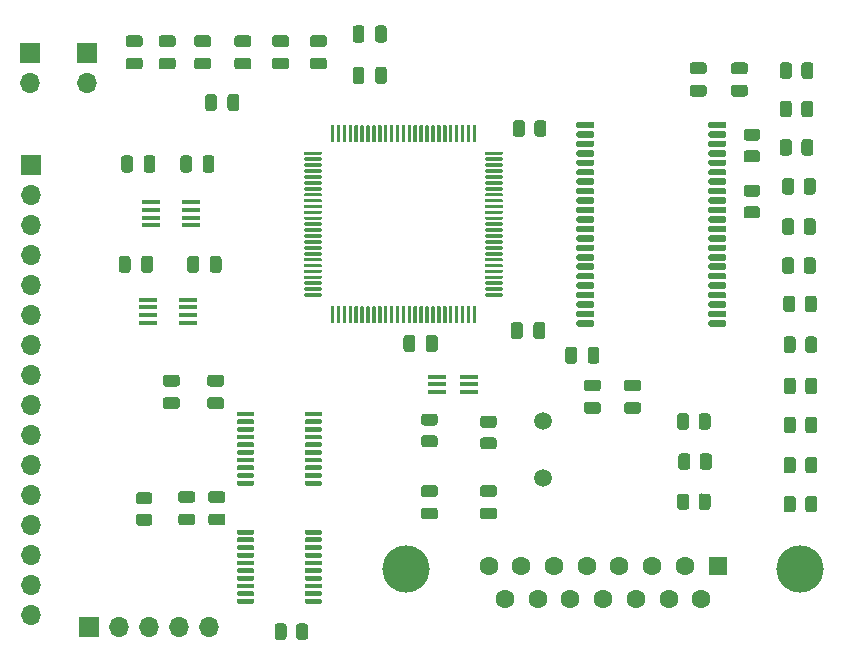
<source format=gts>
%TF.GenerationSoftware,KiCad,Pcbnew,(5.1.10)-1*%
%TF.CreationDate,2021-11-09T21:57:45+08:00*%
%TF.ProjectId,CPLD-GPU,43504c44-2d47-4505-952e-6b696361645f,rev?*%
%TF.SameCoordinates,Original*%
%TF.FileFunction,Soldermask,Top*%
%TF.FilePolarity,Negative*%
%FSLAX46Y46*%
G04 Gerber Fmt 4.6, Leading zero omitted, Abs format (unit mm)*
G04 Created by KiCad (PCBNEW (5.1.10)-1) date 2021-11-09 21:57:45*
%MOMM*%
%LPD*%
G01*
G04 APERTURE LIST*
%ADD10O,1.700000X1.700000*%
%ADD11R,1.700000X1.700000*%
%ADD12R,1.600000X0.300000*%
%ADD13C,4.000000*%
%ADD14C,1.600000*%
%ADD15R,1.600000X1.600000*%
%ADD16C,1.500000*%
%ADD17R,1.500000X0.400000*%
G04 APERTURE END LIST*
%TO.C,U3*%
G36*
G01*
X79250000Y-55100000D02*
X79250000Y-53775000D01*
G75*
G02*
X79325000Y-53700000I75000J0D01*
G01*
X79475000Y-53700000D01*
G75*
G02*
X79550000Y-53775000I0J-75000D01*
G01*
X79550000Y-55100000D01*
G75*
G02*
X79475000Y-55175000I-75000J0D01*
G01*
X79325000Y-55175000D01*
G75*
G02*
X79250000Y-55100000I0J75000D01*
G01*
G37*
G36*
G01*
X79750000Y-55100000D02*
X79750000Y-53775000D01*
G75*
G02*
X79825000Y-53700000I75000J0D01*
G01*
X79975000Y-53700000D01*
G75*
G02*
X80050000Y-53775000I0J-75000D01*
G01*
X80050000Y-55100000D01*
G75*
G02*
X79975000Y-55175000I-75000J0D01*
G01*
X79825000Y-55175000D01*
G75*
G02*
X79750000Y-55100000I0J75000D01*
G01*
G37*
G36*
G01*
X80250000Y-55100000D02*
X80250000Y-53775000D01*
G75*
G02*
X80325000Y-53700000I75000J0D01*
G01*
X80475000Y-53700000D01*
G75*
G02*
X80550000Y-53775000I0J-75000D01*
G01*
X80550000Y-55100000D01*
G75*
G02*
X80475000Y-55175000I-75000J0D01*
G01*
X80325000Y-55175000D01*
G75*
G02*
X80250000Y-55100000I0J75000D01*
G01*
G37*
G36*
G01*
X80750000Y-55100000D02*
X80750000Y-53775000D01*
G75*
G02*
X80825000Y-53700000I75000J0D01*
G01*
X80975000Y-53700000D01*
G75*
G02*
X81050000Y-53775000I0J-75000D01*
G01*
X81050000Y-55100000D01*
G75*
G02*
X80975000Y-55175000I-75000J0D01*
G01*
X80825000Y-55175000D01*
G75*
G02*
X80750000Y-55100000I0J75000D01*
G01*
G37*
G36*
G01*
X81250000Y-55100000D02*
X81250000Y-53775000D01*
G75*
G02*
X81325000Y-53700000I75000J0D01*
G01*
X81475000Y-53700000D01*
G75*
G02*
X81550000Y-53775000I0J-75000D01*
G01*
X81550000Y-55100000D01*
G75*
G02*
X81475000Y-55175000I-75000J0D01*
G01*
X81325000Y-55175000D01*
G75*
G02*
X81250000Y-55100000I0J75000D01*
G01*
G37*
G36*
G01*
X81750000Y-55100000D02*
X81750000Y-53775000D01*
G75*
G02*
X81825000Y-53700000I75000J0D01*
G01*
X81975000Y-53700000D01*
G75*
G02*
X82050000Y-53775000I0J-75000D01*
G01*
X82050000Y-55100000D01*
G75*
G02*
X81975000Y-55175000I-75000J0D01*
G01*
X81825000Y-55175000D01*
G75*
G02*
X81750000Y-55100000I0J75000D01*
G01*
G37*
G36*
G01*
X82250000Y-55100000D02*
X82250000Y-53775000D01*
G75*
G02*
X82325000Y-53700000I75000J0D01*
G01*
X82475000Y-53700000D01*
G75*
G02*
X82550000Y-53775000I0J-75000D01*
G01*
X82550000Y-55100000D01*
G75*
G02*
X82475000Y-55175000I-75000J0D01*
G01*
X82325000Y-55175000D01*
G75*
G02*
X82250000Y-55100000I0J75000D01*
G01*
G37*
G36*
G01*
X82750000Y-55100000D02*
X82750000Y-53775000D01*
G75*
G02*
X82825000Y-53700000I75000J0D01*
G01*
X82975000Y-53700000D01*
G75*
G02*
X83050000Y-53775000I0J-75000D01*
G01*
X83050000Y-55100000D01*
G75*
G02*
X82975000Y-55175000I-75000J0D01*
G01*
X82825000Y-55175000D01*
G75*
G02*
X82750000Y-55100000I0J75000D01*
G01*
G37*
G36*
G01*
X83250000Y-55100000D02*
X83250000Y-53775000D01*
G75*
G02*
X83325000Y-53700000I75000J0D01*
G01*
X83475000Y-53700000D01*
G75*
G02*
X83550000Y-53775000I0J-75000D01*
G01*
X83550000Y-55100000D01*
G75*
G02*
X83475000Y-55175000I-75000J0D01*
G01*
X83325000Y-55175000D01*
G75*
G02*
X83250000Y-55100000I0J75000D01*
G01*
G37*
G36*
G01*
X83750000Y-55100000D02*
X83750000Y-53775000D01*
G75*
G02*
X83825000Y-53700000I75000J0D01*
G01*
X83975000Y-53700000D01*
G75*
G02*
X84050000Y-53775000I0J-75000D01*
G01*
X84050000Y-55100000D01*
G75*
G02*
X83975000Y-55175000I-75000J0D01*
G01*
X83825000Y-55175000D01*
G75*
G02*
X83750000Y-55100000I0J75000D01*
G01*
G37*
G36*
G01*
X84250000Y-55100000D02*
X84250000Y-53775000D01*
G75*
G02*
X84325000Y-53700000I75000J0D01*
G01*
X84475000Y-53700000D01*
G75*
G02*
X84550000Y-53775000I0J-75000D01*
G01*
X84550000Y-55100000D01*
G75*
G02*
X84475000Y-55175000I-75000J0D01*
G01*
X84325000Y-55175000D01*
G75*
G02*
X84250000Y-55100000I0J75000D01*
G01*
G37*
G36*
G01*
X84750000Y-55100000D02*
X84750000Y-53775000D01*
G75*
G02*
X84825000Y-53700000I75000J0D01*
G01*
X84975000Y-53700000D01*
G75*
G02*
X85050000Y-53775000I0J-75000D01*
G01*
X85050000Y-55100000D01*
G75*
G02*
X84975000Y-55175000I-75000J0D01*
G01*
X84825000Y-55175000D01*
G75*
G02*
X84750000Y-55100000I0J75000D01*
G01*
G37*
G36*
G01*
X85250000Y-55100000D02*
X85250000Y-53775000D01*
G75*
G02*
X85325000Y-53700000I75000J0D01*
G01*
X85475000Y-53700000D01*
G75*
G02*
X85550000Y-53775000I0J-75000D01*
G01*
X85550000Y-55100000D01*
G75*
G02*
X85475000Y-55175000I-75000J0D01*
G01*
X85325000Y-55175000D01*
G75*
G02*
X85250000Y-55100000I0J75000D01*
G01*
G37*
G36*
G01*
X85750000Y-55100000D02*
X85750000Y-53775000D01*
G75*
G02*
X85825000Y-53700000I75000J0D01*
G01*
X85975000Y-53700000D01*
G75*
G02*
X86050000Y-53775000I0J-75000D01*
G01*
X86050000Y-55100000D01*
G75*
G02*
X85975000Y-55175000I-75000J0D01*
G01*
X85825000Y-55175000D01*
G75*
G02*
X85750000Y-55100000I0J75000D01*
G01*
G37*
G36*
G01*
X86250000Y-55100000D02*
X86250000Y-53775000D01*
G75*
G02*
X86325000Y-53700000I75000J0D01*
G01*
X86475000Y-53700000D01*
G75*
G02*
X86550000Y-53775000I0J-75000D01*
G01*
X86550000Y-55100000D01*
G75*
G02*
X86475000Y-55175000I-75000J0D01*
G01*
X86325000Y-55175000D01*
G75*
G02*
X86250000Y-55100000I0J75000D01*
G01*
G37*
G36*
G01*
X86750000Y-55100000D02*
X86750000Y-53775000D01*
G75*
G02*
X86825000Y-53700000I75000J0D01*
G01*
X86975000Y-53700000D01*
G75*
G02*
X87050000Y-53775000I0J-75000D01*
G01*
X87050000Y-55100000D01*
G75*
G02*
X86975000Y-55175000I-75000J0D01*
G01*
X86825000Y-55175000D01*
G75*
G02*
X86750000Y-55100000I0J75000D01*
G01*
G37*
G36*
G01*
X87250000Y-55100000D02*
X87250000Y-53775000D01*
G75*
G02*
X87325000Y-53700000I75000J0D01*
G01*
X87475000Y-53700000D01*
G75*
G02*
X87550000Y-53775000I0J-75000D01*
G01*
X87550000Y-55100000D01*
G75*
G02*
X87475000Y-55175000I-75000J0D01*
G01*
X87325000Y-55175000D01*
G75*
G02*
X87250000Y-55100000I0J75000D01*
G01*
G37*
G36*
G01*
X87750000Y-55100000D02*
X87750000Y-53775000D01*
G75*
G02*
X87825000Y-53700000I75000J0D01*
G01*
X87975000Y-53700000D01*
G75*
G02*
X88050000Y-53775000I0J-75000D01*
G01*
X88050000Y-55100000D01*
G75*
G02*
X87975000Y-55175000I-75000J0D01*
G01*
X87825000Y-55175000D01*
G75*
G02*
X87750000Y-55100000I0J75000D01*
G01*
G37*
G36*
G01*
X88250000Y-55100000D02*
X88250000Y-53775000D01*
G75*
G02*
X88325000Y-53700000I75000J0D01*
G01*
X88475000Y-53700000D01*
G75*
G02*
X88550000Y-53775000I0J-75000D01*
G01*
X88550000Y-55100000D01*
G75*
G02*
X88475000Y-55175000I-75000J0D01*
G01*
X88325000Y-55175000D01*
G75*
G02*
X88250000Y-55100000I0J75000D01*
G01*
G37*
G36*
G01*
X88750000Y-55100000D02*
X88750000Y-53775000D01*
G75*
G02*
X88825000Y-53700000I75000J0D01*
G01*
X88975000Y-53700000D01*
G75*
G02*
X89050000Y-53775000I0J-75000D01*
G01*
X89050000Y-55100000D01*
G75*
G02*
X88975000Y-55175000I-75000J0D01*
G01*
X88825000Y-55175000D01*
G75*
G02*
X88750000Y-55100000I0J75000D01*
G01*
G37*
G36*
G01*
X89250000Y-55100000D02*
X89250000Y-53775000D01*
G75*
G02*
X89325000Y-53700000I75000J0D01*
G01*
X89475000Y-53700000D01*
G75*
G02*
X89550000Y-53775000I0J-75000D01*
G01*
X89550000Y-55100000D01*
G75*
G02*
X89475000Y-55175000I-75000J0D01*
G01*
X89325000Y-55175000D01*
G75*
G02*
X89250000Y-55100000I0J75000D01*
G01*
G37*
G36*
G01*
X89750000Y-55100000D02*
X89750000Y-53775000D01*
G75*
G02*
X89825000Y-53700000I75000J0D01*
G01*
X89975000Y-53700000D01*
G75*
G02*
X90050000Y-53775000I0J-75000D01*
G01*
X90050000Y-55100000D01*
G75*
G02*
X89975000Y-55175000I-75000J0D01*
G01*
X89825000Y-55175000D01*
G75*
G02*
X89750000Y-55100000I0J75000D01*
G01*
G37*
G36*
G01*
X90250000Y-55100000D02*
X90250000Y-53775000D01*
G75*
G02*
X90325000Y-53700000I75000J0D01*
G01*
X90475000Y-53700000D01*
G75*
G02*
X90550000Y-53775000I0J-75000D01*
G01*
X90550000Y-55100000D01*
G75*
G02*
X90475000Y-55175000I-75000J0D01*
G01*
X90325000Y-55175000D01*
G75*
G02*
X90250000Y-55100000I0J75000D01*
G01*
G37*
G36*
G01*
X90750000Y-55100000D02*
X90750000Y-53775000D01*
G75*
G02*
X90825000Y-53700000I75000J0D01*
G01*
X90975000Y-53700000D01*
G75*
G02*
X91050000Y-53775000I0J-75000D01*
G01*
X91050000Y-55100000D01*
G75*
G02*
X90975000Y-55175000I-75000J0D01*
G01*
X90825000Y-55175000D01*
G75*
G02*
X90750000Y-55100000I0J75000D01*
G01*
G37*
G36*
G01*
X91250000Y-55100000D02*
X91250000Y-53775000D01*
G75*
G02*
X91325000Y-53700000I75000J0D01*
G01*
X91475000Y-53700000D01*
G75*
G02*
X91550000Y-53775000I0J-75000D01*
G01*
X91550000Y-55100000D01*
G75*
G02*
X91475000Y-55175000I-75000J0D01*
G01*
X91325000Y-55175000D01*
G75*
G02*
X91250000Y-55100000I0J75000D01*
G01*
G37*
G36*
G01*
X92325000Y-56175000D02*
X92325000Y-56025000D01*
G75*
G02*
X92400000Y-55950000I75000J0D01*
G01*
X93725000Y-55950000D01*
G75*
G02*
X93800000Y-56025000I0J-75000D01*
G01*
X93800000Y-56175000D01*
G75*
G02*
X93725000Y-56250000I-75000J0D01*
G01*
X92400000Y-56250000D01*
G75*
G02*
X92325000Y-56175000I0J75000D01*
G01*
G37*
G36*
G01*
X92325000Y-56675000D02*
X92325000Y-56525000D01*
G75*
G02*
X92400000Y-56450000I75000J0D01*
G01*
X93725000Y-56450000D01*
G75*
G02*
X93800000Y-56525000I0J-75000D01*
G01*
X93800000Y-56675000D01*
G75*
G02*
X93725000Y-56750000I-75000J0D01*
G01*
X92400000Y-56750000D01*
G75*
G02*
X92325000Y-56675000I0J75000D01*
G01*
G37*
G36*
G01*
X92325000Y-57175000D02*
X92325000Y-57025000D01*
G75*
G02*
X92400000Y-56950000I75000J0D01*
G01*
X93725000Y-56950000D01*
G75*
G02*
X93800000Y-57025000I0J-75000D01*
G01*
X93800000Y-57175000D01*
G75*
G02*
X93725000Y-57250000I-75000J0D01*
G01*
X92400000Y-57250000D01*
G75*
G02*
X92325000Y-57175000I0J75000D01*
G01*
G37*
G36*
G01*
X92325000Y-57675000D02*
X92325000Y-57525000D01*
G75*
G02*
X92400000Y-57450000I75000J0D01*
G01*
X93725000Y-57450000D01*
G75*
G02*
X93800000Y-57525000I0J-75000D01*
G01*
X93800000Y-57675000D01*
G75*
G02*
X93725000Y-57750000I-75000J0D01*
G01*
X92400000Y-57750000D01*
G75*
G02*
X92325000Y-57675000I0J75000D01*
G01*
G37*
G36*
G01*
X92325000Y-58175000D02*
X92325000Y-58025000D01*
G75*
G02*
X92400000Y-57950000I75000J0D01*
G01*
X93725000Y-57950000D01*
G75*
G02*
X93800000Y-58025000I0J-75000D01*
G01*
X93800000Y-58175000D01*
G75*
G02*
X93725000Y-58250000I-75000J0D01*
G01*
X92400000Y-58250000D01*
G75*
G02*
X92325000Y-58175000I0J75000D01*
G01*
G37*
G36*
G01*
X92325000Y-58675000D02*
X92325000Y-58525000D01*
G75*
G02*
X92400000Y-58450000I75000J0D01*
G01*
X93725000Y-58450000D01*
G75*
G02*
X93800000Y-58525000I0J-75000D01*
G01*
X93800000Y-58675000D01*
G75*
G02*
X93725000Y-58750000I-75000J0D01*
G01*
X92400000Y-58750000D01*
G75*
G02*
X92325000Y-58675000I0J75000D01*
G01*
G37*
G36*
G01*
X92325000Y-59175000D02*
X92325000Y-59025000D01*
G75*
G02*
X92400000Y-58950000I75000J0D01*
G01*
X93725000Y-58950000D01*
G75*
G02*
X93800000Y-59025000I0J-75000D01*
G01*
X93800000Y-59175000D01*
G75*
G02*
X93725000Y-59250000I-75000J0D01*
G01*
X92400000Y-59250000D01*
G75*
G02*
X92325000Y-59175000I0J75000D01*
G01*
G37*
G36*
G01*
X92325000Y-59675000D02*
X92325000Y-59525000D01*
G75*
G02*
X92400000Y-59450000I75000J0D01*
G01*
X93725000Y-59450000D01*
G75*
G02*
X93800000Y-59525000I0J-75000D01*
G01*
X93800000Y-59675000D01*
G75*
G02*
X93725000Y-59750000I-75000J0D01*
G01*
X92400000Y-59750000D01*
G75*
G02*
X92325000Y-59675000I0J75000D01*
G01*
G37*
G36*
G01*
X92325000Y-60175000D02*
X92325000Y-60025000D01*
G75*
G02*
X92400000Y-59950000I75000J0D01*
G01*
X93725000Y-59950000D01*
G75*
G02*
X93800000Y-60025000I0J-75000D01*
G01*
X93800000Y-60175000D01*
G75*
G02*
X93725000Y-60250000I-75000J0D01*
G01*
X92400000Y-60250000D01*
G75*
G02*
X92325000Y-60175000I0J75000D01*
G01*
G37*
G36*
G01*
X92325000Y-60675000D02*
X92325000Y-60525000D01*
G75*
G02*
X92400000Y-60450000I75000J0D01*
G01*
X93725000Y-60450000D01*
G75*
G02*
X93800000Y-60525000I0J-75000D01*
G01*
X93800000Y-60675000D01*
G75*
G02*
X93725000Y-60750000I-75000J0D01*
G01*
X92400000Y-60750000D01*
G75*
G02*
X92325000Y-60675000I0J75000D01*
G01*
G37*
G36*
G01*
X92325000Y-61175000D02*
X92325000Y-61025000D01*
G75*
G02*
X92400000Y-60950000I75000J0D01*
G01*
X93725000Y-60950000D01*
G75*
G02*
X93800000Y-61025000I0J-75000D01*
G01*
X93800000Y-61175000D01*
G75*
G02*
X93725000Y-61250000I-75000J0D01*
G01*
X92400000Y-61250000D01*
G75*
G02*
X92325000Y-61175000I0J75000D01*
G01*
G37*
G36*
G01*
X92325000Y-61675000D02*
X92325000Y-61525000D01*
G75*
G02*
X92400000Y-61450000I75000J0D01*
G01*
X93725000Y-61450000D01*
G75*
G02*
X93800000Y-61525000I0J-75000D01*
G01*
X93800000Y-61675000D01*
G75*
G02*
X93725000Y-61750000I-75000J0D01*
G01*
X92400000Y-61750000D01*
G75*
G02*
X92325000Y-61675000I0J75000D01*
G01*
G37*
G36*
G01*
X92325000Y-62175000D02*
X92325000Y-62025000D01*
G75*
G02*
X92400000Y-61950000I75000J0D01*
G01*
X93725000Y-61950000D01*
G75*
G02*
X93800000Y-62025000I0J-75000D01*
G01*
X93800000Y-62175000D01*
G75*
G02*
X93725000Y-62250000I-75000J0D01*
G01*
X92400000Y-62250000D01*
G75*
G02*
X92325000Y-62175000I0J75000D01*
G01*
G37*
G36*
G01*
X92325000Y-62675000D02*
X92325000Y-62525000D01*
G75*
G02*
X92400000Y-62450000I75000J0D01*
G01*
X93725000Y-62450000D01*
G75*
G02*
X93800000Y-62525000I0J-75000D01*
G01*
X93800000Y-62675000D01*
G75*
G02*
X93725000Y-62750000I-75000J0D01*
G01*
X92400000Y-62750000D01*
G75*
G02*
X92325000Y-62675000I0J75000D01*
G01*
G37*
G36*
G01*
X92325000Y-63175000D02*
X92325000Y-63025000D01*
G75*
G02*
X92400000Y-62950000I75000J0D01*
G01*
X93725000Y-62950000D01*
G75*
G02*
X93800000Y-63025000I0J-75000D01*
G01*
X93800000Y-63175000D01*
G75*
G02*
X93725000Y-63250000I-75000J0D01*
G01*
X92400000Y-63250000D01*
G75*
G02*
X92325000Y-63175000I0J75000D01*
G01*
G37*
G36*
G01*
X92325000Y-63675000D02*
X92325000Y-63525000D01*
G75*
G02*
X92400000Y-63450000I75000J0D01*
G01*
X93725000Y-63450000D01*
G75*
G02*
X93800000Y-63525000I0J-75000D01*
G01*
X93800000Y-63675000D01*
G75*
G02*
X93725000Y-63750000I-75000J0D01*
G01*
X92400000Y-63750000D01*
G75*
G02*
X92325000Y-63675000I0J75000D01*
G01*
G37*
G36*
G01*
X92325000Y-64175000D02*
X92325000Y-64025000D01*
G75*
G02*
X92400000Y-63950000I75000J0D01*
G01*
X93725000Y-63950000D01*
G75*
G02*
X93800000Y-64025000I0J-75000D01*
G01*
X93800000Y-64175000D01*
G75*
G02*
X93725000Y-64250000I-75000J0D01*
G01*
X92400000Y-64250000D01*
G75*
G02*
X92325000Y-64175000I0J75000D01*
G01*
G37*
G36*
G01*
X92325000Y-64675000D02*
X92325000Y-64525000D01*
G75*
G02*
X92400000Y-64450000I75000J0D01*
G01*
X93725000Y-64450000D01*
G75*
G02*
X93800000Y-64525000I0J-75000D01*
G01*
X93800000Y-64675000D01*
G75*
G02*
X93725000Y-64750000I-75000J0D01*
G01*
X92400000Y-64750000D01*
G75*
G02*
X92325000Y-64675000I0J75000D01*
G01*
G37*
G36*
G01*
X92325000Y-65175000D02*
X92325000Y-65025000D01*
G75*
G02*
X92400000Y-64950000I75000J0D01*
G01*
X93725000Y-64950000D01*
G75*
G02*
X93800000Y-65025000I0J-75000D01*
G01*
X93800000Y-65175000D01*
G75*
G02*
X93725000Y-65250000I-75000J0D01*
G01*
X92400000Y-65250000D01*
G75*
G02*
X92325000Y-65175000I0J75000D01*
G01*
G37*
G36*
G01*
X92325000Y-65675000D02*
X92325000Y-65525000D01*
G75*
G02*
X92400000Y-65450000I75000J0D01*
G01*
X93725000Y-65450000D01*
G75*
G02*
X93800000Y-65525000I0J-75000D01*
G01*
X93800000Y-65675000D01*
G75*
G02*
X93725000Y-65750000I-75000J0D01*
G01*
X92400000Y-65750000D01*
G75*
G02*
X92325000Y-65675000I0J75000D01*
G01*
G37*
G36*
G01*
X92325000Y-66175000D02*
X92325000Y-66025000D01*
G75*
G02*
X92400000Y-65950000I75000J0D01*
G01*
X93725000Y-65950000D01*
G75*
G02*
X93800000Y-66025000I0J-75000D01*
G01*
X93800000Y-66175000D01*
G75*
G02*
X93725000Y-66250000I-75000J0D01*
G01*
X92400000Y-66250000D01*
G75*
G02*
X92325000Y-66175000I0J75000D01*
G01*
G37*
G36*
G01*
X92325000Y-66675000D02*
X92325000Y-66525000D01*
G75*
G02*
X92400000Y-66450000I75000J0D01*
G01*
X93725000Y-66450000D01*
G75*
G02*
X93800000Y-66525000I0J-75000D01*
G01*
X93800000Y-66675000D01*
G75*
G02*
X93725000Y-66750000I-75000J0D01*
G01*
X92400000Y-66750000D01*
G75*
G02*
X92325000Y-66675000I0J75000D01*
G01*
G37*
G36*
G01*
X92325000Y-67175000D02*
X92325000Y-67025000D01*
G75*
G02*
X92400000Y-66950000I75000J0D01*
G01*
X93725000Y-66950000D01*
G75*
G02*
X93800000Y-67025000I0J-75000D01*
G01*
X93800000Y-67175000D01*
G75*
G02*
X93725000Y-67250000I-75000J0D01*
G01*
X92400000Y-67250000D01*
G75*
G02*
X92325000Y-67175000I0J75000D01*
G01*
G37*
G36*
G01*
X92325000Y-67675000D02*
X92325000Y-67525000D01*
G75*
G02*
X92400000Y-67450000I75000J0D01*
G01*
X93725000Y-67450000D01*
G75*
G02*
X93800000Y-67525000I0J-75000D01*
G01*
X93800000Y-67675000D01*
G75*
G02*
X93725000Y-67750000I-75000J0D01*
G01*
X92400000Y-67750000D01*
G75*
G02*
X92325000Y-67675000I0J75000D01*
G01*
G37*
G36*
G01*
X92325000Y-68175000D02*
X92325000Y-68025000D01*
G75*
G02*
X92400000Y-67950000I75000J0D01*
G01*
X93725000Y-67950000D01*
G75*
G02*
X93800000Y-68025000I0J-75000D01*
G01*
X93800000Y-68175000D01*
G75*
G02*
X93725000Y-68250000I-75000J0D01*
G01*
X92400000Y-68250000D01*
G75*
G02*
X92325000Y-68175000I0J75000D01*
G01*
G37*
G36*
G01*
X91250000Y-70425000D02*
X91250000Y-69100000D01*
G75*
G02*
X91325000Y-69025000I75000J0D01*
G01*
X91475000Y-69025000D01*
G75*
G02*
X91550000Y-69100000I0J-75000D01*
G01*
X91550000Y-70425000D01*
G75*
G02*
X91475000Y-70500000I-75000J0D01*
G01*
X91325000Y-70500000D01*
G75*
G02*
X91250000Y-70425000I0J75000D01*
G01*
G37*
G36*
G01*
X90750000Y-70425000D02*
X90750000Y-69100000D01*
G75*
G02*
X90825000Y-69025000I75000J0D01*
G01*
X90975000Y-69025000D01*
G75*
G02*
X91050000Y-69100000I0J-75000D01*
G01*
X91050000Y-70425000D01*
G75*
G02*
X90975000Y-70500000I-75000J0D01*
G01*
X90825000Y-70500000D01*
G75*
G02*
X90750000Y-70425000I0J75000D01*
G01*
G37*
G36*
G01*
X90250000Y-70425000D02*
X90250000Y-69100000D01*
G75*
G02*
X90325000Y-69025000I75000J0D01*
G01*
X90475000Y-69025000D01*
G75*
G02*
X90550000Y-69100000I0J-75000D01*
G01*
X90550000Y-70425000D01*
G75*
G02*
X90475000Y-70500000I-75000J0D01*
G01*
X90325000Y-70500000D01*
G75*
G02*
X90250000Y-70425000I0J75000D01*
G01*
G37*
G36*
G01*
X89750000Y-70425000D02*
X89750000Y-69100000D01*
G75*
G02*
X89825000Y-69025000I75000J0D01*
G01*
X89975000Y-69025000D01*
G75*
G02*
X90050000Y-69100000I0J-75000D01*
G01*
X90050000Y-70425000D01*
G75*
G02*
X89975000Y-70500000I-75000J0D01*
G01*
X89825000Y-70500000D01*
G75*
G02*
X89750000Y-70425000I0J75000D01*
G01*
G37*
G36*
G01*
X89250000Y-70425000D02*
X89250000Y-69100000D01*
G75*
G02*
X89325000Y-69025000I75000J0D01*
G01*
X89475000Y-69025000D01*
G75*
G02*
X89550000Y-69100000I0J-75000D01*
G01*
X89550000Y-70425000D01*
G75*
G02*
X89475000Y-70500000I-75000J0D01*
G01*
X89325000Y-70500000D01*
G75*
G02*
X89250000Y-70425000I0J75000D01*
G01*
G37*
G36*
G01*
X88750000Y-70425000D02*
X88750000Y-69100000D01*
G75*
G02*
X88825000Y-69025000I75000J0D01*
G01*
X88975000Y-69025000D01*
G75*
G02*
X89050000Y-69100000I0J-75000D01*
G01*
X89050000Y-70425000D01*
G75*
G02*
X88975000Y-70500000I-75000J0D01*
G01*
X88825000Y-70500000D01*
G75*
G02*
X88750000Y-70425000I0J75000D01*
G01*
G37*
G36*
G01*
X88250000Y-70425000D02*
X88250000Y-69100000D01*
G75*
G02*
X88325000Y-69025000I75000J0D01*
G01*
X88475000Y-69025000D01*
G75*
G02*
X88550000Y-69100000I0J-75000D01*
G01*
X88550000Y-70425000D01*
G75*
G02*
X88475000Y-70500000I-75000J0D01*
G01*
X88325000Y-70500000D01*
G75*
G02*
X88250000Y-70425000I0J75000D01*
G01*
G37*
G36*
G01*
X87750000Y-70425000D02*
X87750000Y-69100000D01*
G75*
G02*
X87825000Y-69025000I75000J0D01*
G01*
X87975000Y-69025000D01*
G75*
G02*
X88050000Y-69100000I0J-75000D01*
G01*
X88050000Y-70425000D01*
G75*
G02*
X87975000Y-70500000I-75000J0D01*
G01*
X87825000Y-70500000D01*
G75*
G02*
X87750000Y-70425000I0J75000D01*
G01*
G37*
G36*
G01*
X87250000Y-70425000D02*
X87250000Y-69100000D01*
G75*
G02*
X87325000Y-69025000I75000J0D01*
G01*
X87475000Y-69025000D01*
G75*
G02*
X87550000Y-69100000I0J-75000D01*
G01*
X87550000Y-70425000D01*
G75*
G02*
X87475000Y-70500000I-75000J0D01*
G01*
X87325000Y-70500000D01*
G75*
G02*
X87250000Y-70425000I0J75000D01*
G01*
G37*
G36*
G01*
X86750000Y-70425000D02*
X86750000Y-69100000D01*
G75*
G02*
X86825000Y-69025000I75000J0D01*
G01*
X86975000Y-69025000D01*
G75*
G02*
X87050000Y-69100000I0J-75000D01*
G01*
X87050000Y-70425000D01*
G75*
G02*
X86975000Y-70500000I-75000J0D01*
G01*
X86825000Y-70500000D01*
G75*
G02*
X86750000Y-70425000I0J75000D01*
G01*
G37*
G36*
G01*
X86250000Y-70425000D02*
X86250000Y-69100000D01*
G75*
G02*
X86325000Y-69025000I75000J0D01*
G01*
X86475000Y-69025000D01*
G75*
G02*
X86550000Y-69100000I0J-75000D01*
G01*
X86550000Y-70425000D01*
G75*
G02*
X86475000Y-70500000I-75000J0D01*
G01*
X86325000Y-70500000D01*
G75*
G02*
X86250000Y-70425000I0J75000D01*
G01*
G37*
G36*
G01*
X85750000Y-70425000D02*
X85750000Y-69100000D01*
G75*
G02*
X85825000Y-69025000I75000J0D01*
G01*
X85975000Y-69025000D01*
G75*
G02*
X86050000Y-69100000I0J-75000D01*
G01*
X86050000Y-70425000D01*
G75*
G02*
X85975000Y-70500000I-75000J0D01*
G01*
X85825000Y-70500000D01*
G75*
G02*
X85750000Y-70425000I0J75000D01*
G01*
G37*
G36*
G01*
X85250000Y-70425000D02*
X85250000Y-69100000D01*
G75*
G02*
X85325000Y-69025000I75000J0D01*
G01*
X85475000Y-69025000D01*
G75*
G02*
X85550000Y-69100000I0J-75000D01*
G01*
X85550000Y-70425000D01*
G75*
G02*
X85475000Y-70500000I-75000J0D01*
G01*
X85325000Y-70500000D01*
G75*
G02*
X85250000Y-70425000I0J75000D01*
G01*
G37*
G36*
G01*
X84750000Y-70425000D02*
X84750000Y-69100000D01*
G75*
G02*
X84825000Y-69025000I75000J0D01*
G01*
X84975000Y-69025000D01*
G75*
G02*
X85050000Y-69100000I0J-75000D01*
G01*
X85050000Y-70425000D01*
G75*
G02*
X84975000Y-70500000I-75000J0D01*
G01*
X84825000Y-70500000D01*
G75*
G02*
X84750000Y-70425000I0J75000D01*
G01*
G37*
G36*
G01*
X84250000Y-70425000D02*
X84250000Y-69100000D01*
G75*
G02*
X84325000Y-69025000I75000J0D01*
G01*
X84475000Y-69025000D01*
G75*
G02*
X84550000Y-69100000I0J-75000D01*
G01*
X84550000Y-70425000D01*
G75*
G02*
X84475000Y-70500000I-75000J0D01*
G01*
X84325000Y-70500000D01*
G75*
G02*
X84250000Y-70425000I0J75000D01*
G01*
G37*
G36*
G01*
X83750000Y-70425000D02*
X83750000Y-69100000D01*
G75*
G02*
X83825000Y-69025000I75000J0D01*
G01*
X83975000Y-69025000D01*
G75*
G02*
X84050000Y-69100000I0J-75000D01*
G01*
X84050000Y-70425000D01*
G75*
G02*
X83975000Y-70500000I-75000J0D01*
G01*
X83825000Y-70500000D01*
G75*
G02*
X83750000Y-70425000I0J75000D01*
G01*
G37*
G36*
G01*
X83250000Y-70425000D02*
X83250000Y-69100000D01*
G75*
G02*
X83325000Y-69025000I75000J0D01*
G01*
X83475000Y-69025000D01*
G75*
G02*
X83550000Y-69100000I0J-75000D01*
G01*
X83550000Y-70425000D01*
G75*
G02*
X83475000Y-70500000I-75000J0D01*
G01*
X83325000Y-70500000D01*
G75*
G02*
X83250000Y-70425000I0J75000D01*
G01*
G37*
G36*
G01*
X82750000Y-70425000D02*
X82750000Y-69100000D01*
G75*
G02*
X82825000Y-69025000I75000J0D01*
G01*
X82975000Y-69025000D01*
G75*
G02*
X83050000Y-69100000I0J-75000D01*
G01*
X83050000Y-70425000D01*
G75*
G02*
X82975000Y-70500000I-75000J0D01*
G01*
X82825000Y-70500000D01*
G75*
G02*
X82750000Y-70425000I0J75000D01*
G01*
G37*
G36*
G01*
X82250000Y-70425000D02*
X82250000Y-69100000D01*
G75*
G02*
X82325000Y-69025000I75000J0D01*
G01*
X82475000Y-69025000D01*
G75*
G02*
X82550000Y-69100000I0J-75000D01*
G01*
X82550000Y-70425000D01*
G75*
G02*
X82475000Y-70500000I-75000J0D01*
G01*
X82325000Y-70500000D01*
G75*
G02*
X82250000Y-70425000I0J75000D01*
G01*
G37*
G36*
G01*
X81750000Y-70425000D02*
X81750000Y-69100000D01*
G75*
G02*
X81825000Y-69025000I75000J0D01*
G01*
X81975000Y-69025000D01*
G75*
G02*
X82050000Y-69100000I0J-75000D01*
G01*
X82050000Y-70425000D01*
G75*
G02*
X81975000Y-70500000I-75000J0D01*
G01*
X81825000Y-70500000D01*
G75*
G02*
X81750000Y-70425000I0J75000D01*
G01*
G37*
G36*
G01*
X81250000Y-70425000D02*
X81250000Y-69100000D01*
G75*
G02*
X81325000Y-69025000I75000J0D01*
G01*
X81475000Y-69025000D01*
G75*
G02*
X81550000Y-69100000I0J-75000D01*
G01*
X81550000Y-70425000D01*
G75*
G02*
X81475000Y-70500000I-75000J0D01*
G01*
X81325000Y-70500000D01*
G75*
G02*
X81250000Y-70425000I0J75000D01*
G01*
G37*
G36*
G01*
X80750000Y-70425000D02*
X80750000Y-69100000D01*
G75*
G02*
X80825000Y-69025000I75000J0D01*
G01*
X80975000Y-69025000D01*
G75*
G02*
X81050000Y-69100000I0J-75000D01*
G01*
X81050000Y-70425000D01*
G75*
G02*
X80975000Y-70500000I-75000J0D01*
G01*
X80825000Y-70500000D01*
G75*
G02*
X80750000Y-70425000I0J75000D01*
G01*
G37*
G36*
G01*
X80250000Y-70425000D02*
X80250000Y-69100000D01*
G75*
G02*
X80325000Y-69025000I75000J0D01*
G01*
X80475000Y-69025000D01*
G75*
G02*
X80550000Y-69100000I0J-75000D01*
G01*
X80550000Y-70425000D01*
G75*
G02*
X80475000Y-70500000I-75000J0D01*
G01*
X80325000Y-70500000D01*
G75*
G02*
X80250000Y-70425000I0J75000D01*
G01*
G37*
G36*
G01*
X79750000Y-70425000D02*
X79750000Y-69100000D01*
G75*
G02*
X79825000Y-69025000I75000J0D01*
G01*
X79975000Y-69025000D01*
G75*
G02*
X80050000Y-69100000I0J-75000D01*
G01*
X80050000Y-70425000D01*
G75*
G02*
X79975000Y-70500000I-75000J0D01*
G01*
X79825000Y-70500000D01*
G75*
G02*
X79750000Y-70425000I0J75000D01*
G01*
G37*
G36*
G01*
X79250000Y-70425000D02*
X79250000Y-69100000D01*
G75*
G02*
X79325000Y-69025000I75000J0D01*
G01*
X79475000Y-69025000D01*
G75*
G02*
X79550000Y-69100000I0J-75000D01*
G01*
X79550000Y-70425000D01*
G75*
G02*
X79475000Y-70500000I-75000J0D01*
G01*
X79325000Y-70500000D01*
G75*
G02*
X79250000Y-70425000I0J75000D01*
G01*
G37*
G36*
G01*
X77000000Y-68175000D02*
X77000000Y-68025000D01*
G75*
G02*
X77075000Y-67950000I75000J0D01*
G01*
X78400000Y-67950000D01*
G75*
G02*
X78475000Y-68025000I0J-75000D01*
G01*
X78475000Y-68175000D01*
G75*
G02*
X78400000Y-68250000I-75000J0D01*
G01*
X77075000Y-68250000D01*
G75*
G02*
X77000000Y-68175000I0J75000D01*
G01*
G37*
G36*
G01*
X77000000Y-67675000D02*
X77000000Y-67525000D01*
G75*
G02*
X77075000Y-67450000I75000J0D01*
G01*
X78400000Y-67450000D01*
G75*
G02*
X78475000Y-67525000I0J-75000D01*
G01*
X78475000Y-67675000D01*
G75*
G02*
X78400000Y-67750000I-75000J0D01*
G01*
X77075000Y-67750000D01*
G75*
G02*
X77000000Y-67675000I0J75000D01*
G01*
G37*
G36*
G01*
X77000000Y-67175000D02*
X77000000Y-67025000D01*
G75*
G02*
X77075000Y-66950000I75000J0D01*
G01*
X78400000Y-66950000D01*
G75*
G02*
X78475000Y-67025000I0J-75000D01*
G01*
X78475000Y-67175000D01*
G75*
G02*
X78400000Y-67250000I-75000J0D01*
G01*
X77075000Y-67250000D01*
G75*
G02*
X77000000Y-67175000I0J75000D01*
G01*
G37*
G36*
G01*
X77000000Y-66675000D02*
X77000000Y-66525000D01*
G75*
G02*
X77075000Y-66450000I75000J0D01*
G01*
X78400000Y-66450000D01*
G75*
G02*
X78475000Y-66525000I0J-75000D01*
G01*
X78475000Y-66675000D01*
G75*
G02*
X78400000Y-66750000I-75000J0D01*
G01*
X77075000Y-66750000D01*
G75*
G02*
X77000000Y-66675000I0J75000D01*
G01*
G37*
G36*
G01*
X77000000Y-66175000D02*
X77000000Y-66025000D01*
G75*
G02*
X77075000Y-65950000I75000J0D01*
G01*
X78400000Y-65950000D01*
G75*
G02*
X78475000Y-66025000I0J-75000D01*
G01*
X78475000Y-66175000D01*
G75*
G02*
X78400000Y-66250000I-75000J0D01*
G01*
X77075000Y-66250000D01*
G75*
G02*
X77000000Y-66175000I0J75000D01*
G01*
G37*
G36*
G01*
X77000000Y-65675000D02*
X77000000Y-65525000D01*
G75*
G02*
X77075000Y-65450000I75000J0D01*
G01*
X78400000Y-65450000D01*
G75*
G02*
X78475000Y-65525000I0J-75000D01*
G01*
X78475000Y-65675000D01*
G75*
G02*
X78400000Y-65750000I-75000J0D01*
G01*
X77075000Y-65750000D01*
G75*
G02*
X77000000Y-65675000I0J75000D01*
G01*
G37*
G36*
G01*
X77000000Y-65175000D02*
X77000000Y-65025000D01*
G75*
G02*
X77075000Y-64950000I75000J0D01*
G01*
X78400000Y-64950000D01*
G75*
G02*
X78475000Y-65025000I0J-75000D01*
G01*
X78475000Y-65175000D01*
G75*
G02*
X78400000Y-65250000I-75000J0D01*
G01*
X77075000Y-65250000D01*
G75*
G02*
X77000000Y-65175000I0J75000D01*
G01*
G37*
G36*
G01*
X77000000Y-64675000D02*
X77000000Y-64525000D01*
G75*
G02*
X77075000Y-64450000I75000J0D01*
G01*
X78400000Y-64450000D01*
G75*
G02*
X78475000Y-64525000I0J-75000D01*
G01*
X78475000Y-64675000D01*
G75*
G02*
X78400000Y-64750000I-75000J0D01*
G01*
X77075000Y-64750000D01*
G75*
G02*
X77000000Y-64675000I0J75000D01*
G01*
G37*
G36*
G01*
X77000000Y-64175000D02*
X77000000Y-64025000D01*
G75*
G02*
X77075000Y-63950000I75000J0D01*
G01*
X78400000Y-63950000D01*
G75*
G02*
X78475000Y-64025000I0J-75000D01*
G01*
X78475000Y-64175000D01*
G75*
G02*
X78400000Y-64250000I-75000J0D01*
G01*
X77075000Y-64250000D01*
G75*
G02*
X77000000Y-64175000I0J75000D01*
G01*
G37*
G36*
G01*
X77000000Y-63675000D02*
X77000000Y-63525000D01*
G75*
G02*
X77075000Y-63450000I75000J0D01*
G01*
X78400000Y-63450000D01*
G75*
G02*
X78475000Y-63525000I0J-75000D01*
G01*
X78475000Y-63675000D01*
G75*
G02*
X78400000Y-63750000I-75000J0D01*
G01*
X77075000Y-63750000D01*
G75*
G02*
X77000000Y-63675000I0J75000D01*
G01*
G37*
G36*
G01*
X77000000Y-63175000D02*
X77000000Y-63025000D01*
G75*
G02*
X77075000Y-62950000I75000J0D01*
G01*
X78400000Y-62950000D01*
G75*
G02*
X78475000Y-63025000I0J-75000D01*
G01*
X78475000Y-63175000D01*
G75*
G02*
X78400000Y-63250000I-75000J0D01*
G01*
X77075000Y-63250000D01*
G75*
G02*
X77000000Y-63175000I0J75000D01*
G01*
G37*
G36*
G01*
X77000000Y-62675000D02*
X77000000Y-62525000D01*
G75*
G02*
X77075000Y-62450000I75000J0D01*
G01*
X78400000Y-62450000D01*
G75*
G02*
X78475000Y-62525000I0J-75000D01*
G01*
X78475000Y-62675000D01*
G75*
G02*
X78400000Y-62750000I-75000J0D01*
G01*
X77075000Y-62750000D01*
G75*
G02*
X77000000Y-62675000I0J75000D01*
G01*
G37*
G36*
G01*
X77000000Y-62175000D02*
X77000000Y-62025000D01*
G75*
G02*
X77075000Y-61950000I75000J0D01*
G01*
X78400000Y-61950000D01*
G75*
G02*
X78475000Y-62025000I0J-75000D01*
G01*
X78475000Y-62175000D01*
G75*
G02*
X78400000Y-62250000I-75000J0D01*
G01*
X77075000Y-62250000D01*
G75*
G02*
X77000000Y-62175000I0J75000D01*
G01*
G37*
G36*
G01*
X77000000Y-61675000D02*
X77000000Y-61525000D01*
G75*
G02*
X77075000Y-61450000I75000J0D01*
G01*
X78400000Y-61450000D01*
G75*
G02*
X78475000Y-61525000I0J-75000D01*
G01*
X78475000Y-61675000D01*
G75*
G02*
X78400000Y-61750000I-75000J0D01*
G01*
X77075000Y-61750000D01*
G75*
G02*
X77000000Y-61675000I0J75000D01*
G01*
G37*
G36*
G01*
X77000000Y-61175000D02*
X77000000Y-61025000D01*
G75*
G02*
X77075000Y-60950000I75000J0D01*
G01*
X78400000Y-60950000D01*
G75*
G02*
X78475000Y-61025000I0J-75000D01*
G01*
X78475000Y-61175000D01*
G75*
G02*
X78400000Y-61250000I-75000J0D01*
G01*
X77075000Y-61250000D01*
G75*
G02*
X77000000Y-61175000I0J75000D01*
G01*
G37*
G36*
G01*
X77000000Y-60675000D02*
X77000000Y-60525000D01*
G75*
G02*
X77075000Y-60450000I75000J0D01*
G01*
X78400000Y-60450000D01*
G75*
G02*
X78475000Y-60525000I0J-75000D01*
G01*
X78475000Y-60675000D01*
G75*
G02*
X78400000Y-60750000I-75000J0D01*
G01*
X77075000Y-60750000D01*
G75*
G02*
X77000000Y-60675000I0J75000D01*
G01*
G37*
G36*
G01*
X77000000Y-60175000D02*
X77000000Y-60025000D01*
G75*
G02*
X77075000Y-59950000I75000J0D01*
G01*
X78400000Y-59950000D01*
G75*
G02*
X78475000Y-60025000I0J-75000D01*
G01*
X78475000Y-60175000D01*
G75*
G02*
X78400000Y-60250000I-75000J0D01*
G01*
X77075000Y-60250000D01*
G75*
G02*
X77000000Y-60175000I0J75000D01*
G01*
G37*
G36*
G01*
X77000000Y-59675000D02*
X77000000Y-59525000D01*
G75*
G02*
X77075000Y-59450000I75000J0D01*
G01*
X78400000Y-59450000D01*
G75*
G02*
X78475000Y-59525000I0J-75000D01*
G01*
X78475000Y-59675000D01*
G75*
G02*
X78400000Y-59750000I-75000J0D01*
G01*
X77075000Y-59750000D01*
G75*
G02*
X77000000Y-59675000I0J75000D01*
G01*
G37*
G36*
G01*
X77000000Y-59175000D02*
X77000000Y-59025000D01*
G75*
G02*
X77075000Y-58950000I75000J0D01*
G01*
X78400000Y-58950000D01*
G75*
G02*
X78475000Y-59025000I0J-75000D01*
G01*
X78475000Y-59175000D01*
G75*
G02*
X78400000Y-59250000I-75000J0D01*
G01*
X77075000Y-59250000D01*
G75*
G02*
X77000000Y-59175000I0J75000D01*
G01*
G37*
G36*
G01*
X77000000Y-58675000D02*
X77000000Y-58525000D01*
G75*
G02*
X77075000Y-58450000I75000J0D01*
G01*
X78400000Y-58450000D01*
G75*
G02*
X78475000Y-58525000I0J-75000D01*
G01*
X78475000Y-58675000D01*
G75*
G02*
X78400000Y-58750000I-75000J0D01*
G01*
X77075000Y-58750000D01*
G75*
G02*
X77000000Y-58675000I0J75000D01*
G01*
G37*
G36*
G01*
X77000000Y-58175000D02*
X77000000Y-58025000D01*
G75*
G02*
X77075000Y-57950000I75000J0D01*
G01*
X78400000Y-57950000D01*
G75*
G02*
X78475000Y-58025000I0J-75000D01*
G01*
X78475000Y-58175000D01*
G75*
G02*
X78400000Y-58250000I-75000J0D01*
G01*
X77075000Y-58250000D01*
G75*
G02*
X77000000Y-58175000I0J75000D01*
G01*
G37*
G36*
G01*
X77000000Y-57675000D02*
X77000000Y-57525000D01*
G75*
G02*
X77075000Y-57450000I75000J0D01*
G01*
X78400000Y-57450000D01*
G75*
G02*
X78475000Y-57525000I0J-75000D01*
G01*
X78475000Y-57675000D01*
G75*
G02*
X78400000Y-57750000I-75000J0D01*
G01*
X77075000Y-57750000D01*
G75*
G02*
X77000000Y-57675000I0J75000D01*
G01*
G37*
G36*
G01*
X77000000Y-57175000D02*
X77000000Y-57025000D01*
G75*
G02*
X77075000Y-56950000I75000J0D01*
G01*
X78400000Y-56950000D01*
G75*
G02*
X78475000Y-57025000I0J-75000D01*
G01*
X78475000Y-57175000D01*
G75*
G02*
X78400000Y-57250000I-75000J0D01*
G01*
X77075000Y-57250000D01*
G75*
G02*
X77000000Y-57175000I0J75000D01*
G01*
G37*
G36*
G01*
X77000000Y-56675000D02*
X77000000Y-56525000D01*
G75*
G02*
X77075000Y-56450000I75000J0D01*
G01*
X78400000Y-56450000D01*
G75*
G02*
X78475000Y-56525000I0J-75000D01*
G01*
X78475000Y-56675000D01*
G75*
G02*
X78400000Y-56750000I-75000J0D01*
G01*
X77075000Y-56750000D01*
G75*
G02*
X77000000Y-56675000I0J75000D01*
G01*
G37*
G36*
G01*
X77000000Y-56175000D02*
X77000000Y-56025000D01*
G75*
G02*
X77075000Y-55950000I75000J0D01*
G01*
X78400000Y-55950000D01*
G75*
G02*
X78475000Y-56025000I0J-75000D01*
G01*
X78475000Y-56175000D01*
G75*
G02*
X78400000Y-56250000I-75000J0D01*
G01*
X77075000Y-56250000D01*
G75*
G02*
X77000000Y-56175000I0J75000D01*
G01*
G37*
%TD*%
D10*
%TO.C,J5*%
X68960000Y-96200000D03*
X66420000Y-96200000D03*
X63880000Y-96200000D03*
X61340000Y-96200000D03*
D11*
X58800000Y-96200000D03*
%TD*%
%TO.C,C8*%
G36*
G01*
X69975000Y-75850000D02*
X69025000Y-75850000D01*
G75*
G02*
X68775000Y-75600000I0J250000D01*
G01*
X68775000Y-75100000D01*
G75*
G02*
X69025000Y-74850000I250000J0D01*
G01*
X69975000Y-74850000D01*
G75*
G02*
X70225000Y-75100000I0J-250000D01*
G01*
X70225000Y-75600000D01*
G75*
G02*
X69975000Y-75850000I-250000J0D01*
G01*
G37*
G36*
G01*
X69975000Y-77750000D02*
X69025000Y-77750000D01*
G75*
G02*
X68775000Y-77500000I0J250000D01*
G01*
X68775000Y-77000000D01*
G75*
G02*
X69025000Y-76750000I250000J0D01*
G01*
X69975000Y-76750000D01*
G75*
G02*
X70225000Y-77000000I0J-250000D01*
G01*
X70225000Y-77500000D01*
G75*
G02*
X69975000Y-77750000I-250000J0D01*
G01*
G37*
%TD*%
D12*
%TO.C,U5*%
X67150000Y-68500000D03*
X67150000Y-69150000D03*
X67150000Y-69800000D03*
X67150000Y-70450000D03*
X63750000Y-70450000D03*
X63750000Y-69800000D03*
X63750000Y-69150000D03*
X63750000Y-68500000D03*
%TD*%
%TO.C,U2*%
X67400000Y-60250000D03*
X67400000Y-60900000D03*
X67400000Y-61550000D03*
X67400000Y-62200000D03*
X64000000Y-62200000D03*
X64000000Y-61550000D03*
X64000000Y-60900000D03*
X64000000Y-60250000D03*
%TD*%
D13*
%TO.C,J1*%
X118955000Y-91300000D03*
X85655000Y-91300000D03*
D14*
X93995000Y-93840000D03*
X96765000Y-93840000D03*
X99535000Y-93840000D03*
X102305000Y-93840000D03*
X105075000Y-93840000D03*
X107845000Y-93840000D03*
X110615000Y-93840000D03*
X92610000Y-91000000D03*
X95380000Y-91000000D03*
X98150000Y-91000000D03*
X100920000Y-91000000D03*
X103690000Y-91000000D03*
X106460000Y-91000000D03*
X109230000Y-91000000D03*
D15*
X112000000Y-91000000D03*
%TD*%
%TO.C,C12*%
G36*
G01*
X82100000Y-49025000D02*
X82100000Y-49975000D01*
G75*
G02*
X81850000Y-50225000I-250000J0D01*
G01*
X81350000Y-50225000D01*
G75*
G02*
X81100000Y-49975000I0J250000D01*
G01*
X81100000Y-49025000D01*
G75*
G02*
X81350000Y-48775000I250000J0D01*
G01*
X81850000Y-48775000D01*
G75*
G02*
X82100000Y-49025000I0J-250000D01*
G01*
G37*
G36*
G01*
X84000000Y-49025000D02*
X84000000Y-49975000D01*
G75*
G02*
X83750000Y-50225000I-250000J0D01*
G01*
X83250000Y-50225000D01*
G75*
G02*
X83000000Y-49975000I0J250000D01*
G01*
X83000000Y-49025000D01*
G75*
G02*
X83250000Y-48775000I250000J0D01*
G01*
X83750000Y-48775000D01*
G75*
G02*
X84000000Y-49025000I0J-250000D01*
G01*
G37*
%TD*%
%TO.C,U4*%
G36*
G01*
X111225000Y-53837500D02*
X111225000Y-53562500D01*
G75*
G02*
X111362500Y-53425000I137500J0D01*
G01*
X112612500Y-53425000D01*
G75*
G02*
X112750000Y-53562500I0J-137500D01*
G01*
X112750000Y-53837500D01*
G75*
G02*
X112612500Y-53975000I-137500J0D01*
G01*
X111362500Y-53975000D01*
G75*
G02*
X111225000Y-53837500I0J137500D01*
G01*
G37*
G36*
G01*
X111225000Y-54637500D02*
X111225000Y-54362500D01*
G75*
G02*
X111362500Y-54225000I137500J0D01*
G01*
X112612500Y-54225000D01*
G75*
G02*
X112750000Y-54362500I0J-137500D01*
G01*
X112750000Y-54637500D01*
G75*
G02*
X112612500Y-54775000I-137500J0D01*
G01*
X111362500Y-54775000D01*
G75*
G02*
X111225000Y-54637500I0J137500D01*
G01*
G37*
G36*
G01*
X111225000Y-55437500D02*
X111225000Y-55162500D01*
G75*
G02*
X111362500Y-55025000I137500J0D01*
G01*
X112612500Y-55025000D01*
G75*
G02*
X112750000Y-55162500I0J-137500D01*
G01*
X112750000Y-55437500D01*
G75*
G02*
X112612500Y-55575000I-137500J0D01*
G01*
X111362500Y-55575000D01*
G75*
G02*
X111225000Y-55437500I0J137500D01*
G01*
G37*
G36*
G01*
X111225000Y-56237500D02*
X111225000Y-55962500D01*
G75*
G02*
X111362500Y-55825000I137500J0D01*
G01*
X112612500Y-55825000D01*
G75*
G02*
X112750000Y-55962500I0J-137500D01*
G01*
X112750000Y-56237500D01*
G75*
G02*
X112612500Y-56375000I-137500J0D01*
G01*
X111362500Y-56375000D01*
G75*
G02*
X111225000Y-56237500I0J137500D01*
G01*
G37*
G36*
G01*
X111225000Y-57037500D02*
X111225000Y-56762500D01*
G75*
G02*
X111362500Y-56625000I137500J0D01*
G01*
X112612500Y-56625000D01*
G75*
G02*
X112750000Y-56762500I0J-137500D01*
G01*
X112750000Y-57037500D01*
G75*
G02*
X112612500Y-57175000I-137500J0D01*
G01*
X111362500Y-57175000D01*
G75*
G02*
X111225000Y-57037500I0J137500D01*
G01*
G37*
G36*
G01*
X111225000Y-57837500D02*
X111225000Y-57562500D01*
G75*
G02*
X111362500Y-57425000I137500J0D01*
G01*
X112612500Y-57425000D01*
G75*
G02*
X112750000Y-57562500I0J-137500D01*
G01*
X112750000Y-57837500D01*
G75*
G02*
X112612500Y-57975000I-137500J0D01*
G01*
X111362500Y-57975000D01*
G75*
G02*
X111225000Y-57837500I0J137500D01*
G01*
G37*
G36*
G01*
X111225000Y-58637500D02*
X111225000Y-58362500D01*
G75*
G02*
X111362500Y-58225000I137500J0D01*
G01*
X112612500Y-58225000D01*
G75*
G02*
X112750000Y-58362500I0J-137500D01*
G01*
X112750000Y-58637500D01*
G75*
G02*
X112612500Y-58775000I-137500J0D01*
G01*
X111362500Y-58775000D01*
G75*
G02*
X111225000Y-58637500I0J137500D01*
G01*
G37*
G36*
G01*
X111225000Y-59437500D02*
X111225000Y-59162500D01*
G75*
G02*
X111362500Y-59025000I137500J0D01*
G01*
X112612500Y-59025000D01*
G75*
G02*
X112750000Y-59162500I0J-137500D01*
G01*
X112750000Y-59437500D01*
G75*
G02*
X112612500Y-59575000I-137500J0D01*
G01*
X111362500Y-59575000D01*
G75*
G02*
X111225000Y-59437500I0J137500D01*
G01*
G37*
G36*
G01*
X111225000Y-60237500D02*
X111225000Y-59962500D01*
G75*
G02*
X111362500Y-59825000I137500J0D01*
G01*
X112612500Y-59825000D01*
G75*
G02*
X112750000Y-59962500I0J-137500D01*
G01*
X112750000Y-60237500D01*
G75*
G02*
X112612500Y-60375000I-137500J0D01*
G01*
X111362500Y-60375000D01*
G75*
G02*
X111225000Y-60237500I0J137500D01*
G01*
G37*
G36*
G01*
X111225000Y-61037500D02*
X111225000Y-60762500D01*
G75*
G02*
X111362500Y-60625000I137500J0D01*
G01*
X112612500Y-60625000D01*
G75*
G02*
X112750000Y-60762500I0J-137500D01*
G01*
X112750000Y-61037500D01*
G75*
G02*
X112612500Y-61175000I-137500J0D01*
G01*
X111362500Y-61175000D01*
G75*
G02*
X111225000Y-61037500I0J137500D01*
G01*
G37*
G36*
G01*
X111225000Y-61837500D02*
X111225000Y-61562500D01*
G75*
G02*
X111362500Y-61425000I137500J0D01*
G01*
X112612500Y-61425000D01*
G75*
G02*
X112750000Y-61562500I0J-137500D01*
G01*
X112750000Y-61837500D01*
G75*
G02*
X112612500Y-61975000I-137500J0D01*
G01*
X111362500Y-61975000D01*
G75*
G02*
X111225000Y-61837500I0J137500D01*
G01*
G37*
G36*
G01*
X111225000Y-62637500D02*
X111225000Y-62362500D01*
G75*
G02*
X111362500Y-62225000I137500J0D01*
G01*
X112612500Y-62225000D01*
G75*
G02*
X112750000Y-62362500I0J-137500D01*
G01*
X112750000Y-62637500D01*
G75*
G02*
X112612500Y-62775000I-137500J0D01*
G01*
X111362500Y-62775000D01*
G75*
G02*
X111225000Y-62637500I0J137500D01*
G01*
G37*
G36*
G01*
X111225000Y-63437500D02*
X111225000Y-63162500D01*
G75*
G02*
X111362500Y-63025000I137500J0D01*
G01*
X112612500Y-63025000D01*
G75*
G02*
X112750000Y-63162500I0J-137500D01*
G01*
X112750000Y-63437500D01*
G75*
G02*
X112612500Y-63575000I-137500J0D01*
G01*
X111362500Y-63575000D01*
G75*
G02*
X111225000Y-63437500I0J137500D01*
G01*
G37*
G36*
G01*
X111225000Y-64237500D02*
X111225000Y-63962500D01*
G75*
G02*
X111362500Y-63825000I137500J0D01*
G01*
X112612500Y-63825000D01*
G75*
G02*
X112750000Y-63962500I0J-137500D01*
G01*
X112750000Y-64237500D01*
G75*
G02*
X112612500Y-64375000I-137500J0D01*
G01*
X111362500Y-64375000D01*
G75*
G02*
X111225000Y-64237500I0J137500D01*
G01*
G37*
G36*
G01*
X111225000Y-65037500D02*
X111225000Y-64762500D01*
G75*
G02*
X111362500Y-64625000I137500J0D01*
G01*
X112612500Y-64625000D01*
G75*
G02*
X112750000Y-64762500I0J-137500D01*
G01*
X112750000Y-65037500D01*
G75*
G02*
X112612500Y-65175000I-137500J0D01*
G01*
X111362500Y-65175000D01*
G75*
G02*
X111225000Y-65037500I0J137500D01*
G01*
G37*
G36*
G01*
X111225000Y-65837500D02*
X111225000Y-65562500D01*
G75*
G02*
X111362500Y-65425000I137500J0D01*
G01*
X112612500Y-65425000D01*
G75*
G02*
X112750000Y-65562500I0J-137500D01*
G01*
X112750000Y-65837500D01*
G75*
G02*
X112612500Y-65975000I-137500J0D01*
G01*
X111362500Y-65975000D01*
G75*
G02*
X111225000Y-65837500I0J137500D01*
G01*
G37*
G36*
G01*
X111225000Y-66637500D02*
X111225000Y-66362500D01*
G75*
G02*
X111362500Y-66225000I137500J0D01*
G01*
X112612500Y-66225000D01*
G75*
G02*
X112750000Y-66362500I0J-137500D01*
G01*
X112750000Y-66637500D01*
G75*
G02*
X112612500Y-66775000I-137500J0D01*
G01*
X111362500Y-66775000D01*
G75*
G02*
X111225000Y-66637500I0J137500D01*
G01*
G37*
G36*
G01*
X111225000Y-67437500D02*
X111225000Y-67162500D01*
G75*
G02*
X111362500Y-67025000I137500J0D01*
G01*
X112612500Y-67025000D01*
G75*
G02*
X112750000Y-67162500I0J-137500D01*
G01*
X112750000Y-67437500D01*
G75*
G02*
X112612500Y-67575000I-137500J0D01*
G01*
X111362500Y-67575000D01*
G75*
G02*
X111225000Y-67437500I0J137500D01*
G01*
G37*
G36*
G01*
X111225000Y-68237500D02*
X111225000Y-67962500D01*
G75*
G02*
X111362500Y-67825000I137500J0D01*
G01*
X112612500Y-67825000D01*
G75*
G02*
X112750000Y-67962500I0J-137500D01*
G01*
X112750000Y-68237500D01*
G75*
G02*
X112612500Y-68375000I-137500J0D01*
G01*
X111362500Y-68375000D01*
G75*
G02*
X111225000Y-68237500I0J137500D01*
G01*
G37*
G36*
G01*
X111225000Y-69037500D02*
X111225000Y-68762500D01*
G75*
G02*
X111362500Y-68625000I137500J0D01*
G01*
X112612500Y-68625000D01*
G75*
G02*
X112750000Y-68762500I0J-137500D01*
G01*
X112750000Y-69037500D01*
G75*
G02*
X112612500Y-69175000I-137500J0D01*
G01*
X111362500Y-69175000D01*
G75*
G02*
X111225000Y-69037500I0J137500D01*
G01*
G37*
G36*
G01*
X111225000Y-69837500D02*
X111225000Y-69562500D01*
G75*
G02*
X111362500Y-69425000I137500J0D01*
G01*
X112612500Y-69425000D01*
G75*
G02*
X112750000Y-69562500I0J-137500D01*
G01*
X112750000Y-69837500D01*
G75*
G02*
X112612500Y-69975000I-137500J0D01*
G01*
X111362500Y-69975000D01*
G75*
G02*
X111225000Y-69837500I0J137500D01*
G01*
G37*
G36*
G01*
X111225000Y-70637500D02*
X111225000Y-70362500D01*
G75*
G02*
X111362500Y-70225000I137500J0D01*
G01*
X112612500Y-70225000D01*
G75*
G02*
X112750000Y-70362500I0J-137500D01*
G01*
X112750000Y-70637500D01*
G75*
G02*
X112612500Y-70775000I-137500J0D01*
G01*
X111362500Y-70775000D01*
G75*
G02*
X111225000Y-70637500I0J137500D01*
G01*
G37*
G36*
G01*
X100050000Y-70637500D02*
X100050000Y-70362500D01*
G75*
G02*
X100187500Y-70225000I137500J0D01*
G01*
X101437500Y-70225000D01*
G75*
G02*
X101575000Y-70362500I0J-137500D01*
G01*
X101575000Y-70637500D01*
G75*
G02*
X101437500Y-70775000I-137500J0D01*
G01*
X100187500Y-70775000D01*
G75*
G02*
X100050000Y-70637500I0J137500D01*
G01*
G37*
G36*
G01*
X100050000Y-69837500D02*
X100050000Y-69562500D01*
G75*
G02*
X100187500Y-69425000I137500J0D01*
G01*
X101437500Y-69425000D01*
G75*
G02*
X101575000Y-69562500I0J-137500D01*
G01*
X101575000Y-69837500D01*
G75*
G02*
X101437500Y-69975000I-137500J0D01*
G01*
X100187500Y-69975000D01*
G75*
G02*
X100050000Y-69837500I0J137500D01*
G01*
G37*
G36*
G01*
X100050000Y-69037500D02*
X100050000Y-68762500D01*
G75*
G02*
X100187500Y-68625000I137500J0D01*
G01*
X101437500Y-68625000D01*
G75*
G02*
X101575000Y-68762500I0J-137500D01*
G01*
X101575000Y-69037500D01*
G75*
G02*
X101437500Y-69175000I-137500J0D01*
G01*
X100187500Y-69175000D01*
G75*
G02*
X100050000Y-69037500I0J137500D01*
G01*
G37*
G36*
G01*
X100050000Y-68237500D02*
X100050000Y-67962500D01*
G75*
G02*
X100187500Y-67825000I137500J0D01*
G01*
X101437500Y-67825000D01*
G75*
G02*
X101575000Y-67962500I0J-137500D01*
G01*
X101575000Y-68237500D01*
G75*
G02*
X101437500Y-68375000I-137500J0D01*
G01*
X100187500Y-68375000D01*
G75*
G02*
X100050000Y-68237500I0J137500D01*
G01*
G37*
G36*
G01*
X100050000Y-67437500D02*
X100050000Y-67162500D01*
G75*
G02*
X100187500Y-67025000I137500J0D01*
G01*
X101437500Y-67025000D01*
G75*
G02*
X101575000Y-67162500I0J-137500D01*
G01*
X101575000Y-67437500D01*
G75*
G02*
X101437500Y-67575000I-137500J0D01*
G01*
X100187500Y-67575000D01*
G75*
G02*
X100050000Y-67437500I0J137500D01*
G01*
G37*
G36*
G01*
X100050000Y-66637500D02*
X100050000Y-66362500D01*
G75*
G02*
X100187500Y-66225000I137500J0D01*
G01*
X101437500Y-66225000D01*
G75*
G02*
X101575000Y-66362500I0J-137500D01*
G01*
X101575000Y-66637500D01*
G75*
G02*
X101437500Y-66775000I-137500J0D01*
G01*
X100187500Y-66775000D01*
G75*
G02*
X100050000Y-66637500I0J137500D01*
G01*
G37*
G36*
G01*
X100050000Y-65837500D02*
X100050000Y-65562500D01*
G75*
G02*
X100187500Y-65425000I137500J0D01*
G01*
X101437500Y-65425000D01*
G75*
G02*
X101575000Y-65562500I0J-137500D01*
G01*
X101575000Y-65837500D01*
G75*
G02*
X101437500Y-65975000I-137500J0D01*
G01*
X100187500Y-65975000D01*
G75*
G02*
X100050000Y-65837500I0J137500D01*
G01*
G37*
G36*
G01*
X100050000Y-65037500D02*
X100050000Y-64762500D01*
G75*
G02*
X100187500Y-64625000I137500J0D01*
G01*
X101437500Y-64625000D01*
G75*
G02*
X101575000Y-64762500I0J-137500D01*
G01*
X101575000Y-65037500D01*
G75*
G02*
X101437500Y-65175000I-137500J0D01*
G01*
X100187500Y-65175000D01*
G75*
G02*
X100050000Y-65037500I0J137500D01*
G01*
G37*
G36*
G01*
X100050000Y-64237500D02*
X100050000Y-63962500D01*
G75*
G02*
X100187500Y-63825000I137500J0D01*
G01*
X101437500Y-63825000D01*
G75*
G02*
X101575000Y-63962500I0J-137500D01*
G01*
X101575000Y-64237500D01*
G75*
G02*
X101437500Y-64375000I-137500J0D01*
G01*
X100187500Y-64375000D01*
G75*
G02*
X100050000Y-64237500I0J137500D01*
G01*
G37*
G36*
G01*
X100050000Y-63437500D02*
X100050000Y-63162500D01*
G75*
G02*
X100187500Y-63025000I137500J0D01*
G01*
X101437500Y-63025000D01*
G75*
G02*
X101575000Y-63162500I0J-137500D01*
G01*
X101575000Y-63437500D01*
G75*
G02*
X101437500Y-63575000I-137500J0D01*
G01*
X100187500Y-63575000D01*
G75*
G02*
X100050000Y-63437500I0J137500D01*
G01*
G37*
G36*
G01*
X100050000Y-62637500D02*
X100050000Y-62362500D01*
G75*
G02*
X100187500Y-62225000I137500J0D01*
G01*
X101437500Y-62225000D01*
G75*
G02*
X101575000Y-62362500I0J-137500D01*
G01*
X101575000Y-62637500D01*
G75*
G02*
X101437500Y-62775000I-137500J0D01*
G01*
X100187500Y-62775000D01*
G75*
G02*
X100050000Y-62637500I0J137500D01*
G01*
G37*
G36*
G01*
X100050000Y-61837500D02*
X100050000Y-61562500D01*
G75*
G02*
X100187500Y-61425000I137500J0D01*
G01*
X101437500Y-61425000D01*
G75*
G02*
X101575000Y-61562500I0J-137500D01*
G01*
X101575000Y-61837500D01*
G75*
G02*
X101437500Y-61975000I-137500J0D01*
G01*
X100187500Y-61975000D01*
G75*
G02*
X100050000Y-61837500I0J137500D01*
G01*
G37*
G36*
G01*
X100050000Y-61037500D02*
X100050000Y-60762500D01*
G75*
G02*
X100187500Y-60625000I137500J0D01*
G01*
X101437500Y-60625000D01*
G75*
G02*
X101575000Y-60762500I0J-137500D01*
G01*
X101575000Y-61037500D01*
G75*
G02*
X101437500Y-61175000I-137500J0D01*
G01*
X100187500Y-61175000D01*
G75*
G02*
X100050000Y-61037500I0J137500D01*
G01*
G37*
G36*
G01*
X100050000Y-60237500D02*
X100050000Y-59962500D01*
G75*
G02*
X100187500Y-59825000I137500J0D01*
G01*
X101437500Y-59825000D01*
G75*
G02*
X101575000Y-59962500I0J-137500D01*
G01*
X101575000Y-60237500D01*
G75*
G02*
X101437500Y-60375000I-137500J0D01*
G01*
X100187500Y-60375000D01*
G75*
G02*
X100050000Y-60237500I0J137500D01*
G01*
G37*
G36*
G01*
X100050000Y-59437500D02*
X100050000Y-59162500D01*
G75*
G02*
X100187500Y-59025000I137500J0D01*
G01*
X101437500Y-59025000D01*
G75*
G02*
X101575000Y-59162500I0J-137500D01*
G01*
X101575000Y-59437500D01*
G75*
G02*
X101437500Y-59575000I-137500J0D01*
G01*
X100187500Y-59575000D01*
G75*
G02*
X100050000Y-59437500I0J137500D01*
G01*
G37*
G36*
G01*
X100050000Y-58637500D02*
X100050000Y-58362500D01*
G75*
G02*
X100187500Y-58225000I137500J0D01*
G01*
X101437500Y-58225000D01*
G75*
G02*
X101575000Y-58362500I0J-137500D01*
G01*
X101575000Y-58637500D01*
G75*
G02*
X101437500Y-58775000I-137500J0D01*
G01*
X100187500Y-58775000D01*
G75*
G02*
X100050000Y-58637500I0J137500D01*
G01*
G37*
G36*
G01*
X100050000Y-57837500D02*
X100050000Y-57562500D01*
G75*
G02*
X100187500Y-57425000I137500J0D01*
G01*
X101437500Y-57425000D01*
G75*
G02*
X101575000Y-57562500I0J-137500D01*
G01*
X101575000Y-57837500D01*
G75*
G02*
X101437500Y-57975000I-137500J0D01*
G01*
X100187500Y-57975000D01*
G75*
G02*
X100050000Y-57837500I0J137500D01*
G01*
G37*
G36*
G01*
X100050000Y-57037500D02*
X100050000Y-56762500D01*
G75*
G02*
X100187500Y-56625000I137500J0D01*
G01*
X101437500Y-56625000D01*
G75*
G02*
X101575000Y-56762500I0J-137500D01*
G01*
X101575000Y-57037500D01*
G75*
G02*
X101437500Y-57175000I-137500J0D01*
G01*
X100187500Y-57175000D01*
G75*
G02*
X100050000Y-57037500I0J137500D01*
G01*
G37*
G36*
G01*
X100050000Y-56237500D02*
X100050000Y-55962500D01*
G75*
G02*
X100187500Y-55825000I137500J0D01*
G01*
X101437500Y-55825000D01*
G75*
G02*
X101575000Y-55962500I0J-137500D01*
G01*
X101575000Y-56237500D01*
G75*
G02*
X101437500Y-56375000I-137500J0D01*
G01*
X100187500Y-56375000D01*
G75*
G02*
X100050000Y-56237500I0J137500D01*
G01*
G37*
G36*
G01*
X100050000Y-55437500D02*
X100050000Y-55162500D01*
G75*
G02*
X100187500Y-55025000I137500J0D01*
G01*
X101437500Y-55025000D01*
G75*
G02*
X101575000Y-55162500I0J-137500D01*
G01*
X101575000Y-55437500D01*
G75*
G02*
X101437500Y-55575000I-137500J0D01*
G01*
X100187500Y-55575000D01*
G75*
G02*
X100050000Y-55437500I0J137500D01*
G01*
G37*
G36*
G01*
X100050000Y-54637500D02*
X100050000Y-54362500D01*
G75*
G02*
X100187500Y-54225000I137500J0D01*
G01*
X101437500Y-54225000D01*
G75*
G02*
X101575000Y-54362500I0J-137500D01*
G01*
X101575000Y-54637500D01*
G75*
G02*
X101437500Y-54775000I-137500J0D01*
G01*
X100187500Y-54775000D01*
G75*
G02*
X100050000Y-54637500I0J137500D01*
G01*
G37*
G36*
G01*
X100050000Y-53837500D02*
X100050000Y-53562500D01*
G75*
G02*
X100187500Y-53425000I137500J0D01*
G01*
X101437500Y-53425000D01*
G75*
G02*
X101575000Y-53562500I0J-137500D01*
G01*
X101575000Y-53837500D01*
G75*
G02*
X101437500Y-53975000I-137500J0D01*
G01*
X100187500Y-53975000D01*
G75*
G02*
X100050000Y-53837500I0J137500D01*
G01*
G37*
%TD*%
%TO.C,R13*%
G36*
G01*
X109587500Y-85149999D02*
X109587500Y-86050001D01*
G75*
G02*
X109337501Y-86300000I-249999J0D01*
G01*
X108812499Y-86300000D01*
G75*
G02*
X108562500Y-86050001I0J249999D01*
G01*
X108562500Y-85149999D01*
G75*
G02*
X108812499Y-84900000I249999J0D01*
G01*
X109337501Y-84900000D01*
G75*
G02*
X109587500Y-85149999I0J-249999D01*
G01*
G37*
G36*
G01*
X111412500Y-85149999D02*
X111412500Y-86050001D01*
G75*
G02*
X111162501Y-86300000I-249999J0D01*
G01*
X110637499Y-86300000D01*
G75*
G02*
X110387500Y-86050001I0J249999D01*
G01*
X110387500Y-85149999D01*
G75*
G02*
X110637499Y-84900000I249999J0D01*
G01*
X111162501Y-84900000D01*
G75*
G02*
X111412500Y-85149999I0J-249999D01*
G01*
G37*
%TD*%
%TO.C,R14*%
G36*
G01*
X109687500Y-81749999D02*
X109687500Y-82650001D01*
G75*
G02*
X109437501Y-82900000I-249999J0D01*
G01*
X108912499Y-82900000D01*
G75*
G02*
X108662500Y-82650001I0J249999D01*
G01*
X108662500Y-81749999D01*
G75*
G02*
X108912499Y-81500000I249999J0D01*
G01*
X109437501Y-81500000D01*
G75*
G02*
X109687500Y-81749999I0J-249999D01*
G01*
G37*
G36*
G01*
X111512500Y-81749999D02*
X111512500Y-82650001D01*
G75*
G02*
X111262501Y-82900000I-249999J0D01*
G01*
X110737499Y-82900000D01*
G75*
G02*
X110487500Y-82650001I0J249999D01*
G01*
X110487500Y-81749999D01*
G75*
G02*
X110737499Y-81500000I249999J0D01*
G01*
X111262501Y-81500000D01*
G75*
G02*
X111512500Y-81749999I0J-249999D01*
G01*
G37*
%TD*%
%TO.C,R15*%
G36*
G01*
X109587500Y-78349999D02*
X109587500Y-79250001D01*
G75*
G02*
X109337501Y-79500000I-249999J0D01*
G01*
X108812499Y-79500000D01*
G75*
G02*
X108562500Y-79250001I0J249999D01*
G01*
X108562500Y-78349999D01*
G75*
G02*
X108812499Y-78100000I249999J0D01*
G01*
X109337501Y-78100000D01*
G75*
G02*
X109587500Y-78349999I0J-249999D01*
G01*
G37*
G36*
G01*
X111412500Y-78349999D02*
X111412500Y-79250001D01*
G75*
G02*
X111162501Y-79500000I-249999J0D01*
G01*
X110637499Y-79500000D01*
G75*
G02*
X110387500Y-79250001I0J249999D01*
G01*
X110387500Y-78349999D01*
G75*
G02*
X110637499Y-78100000I249999J0D01*
G01*
X111162501Y-78100000D01*
G75*
G02*
X111412500Y-78349999I0J-249999D01*
G01*
G37*
%TD*%
%TO.C,R4*%
G36*
G01*
X95687500Y-53549999D02*
X95687500Y-54450001D01*
G75*
G02*
X95437501Y-54700000I-249999J0D01*
G01*
X94912499Y-54700000D01*
G75*
G02*
X94662500Y-54450001I0J249999D01*
G01*
X94662500Y-53549999D01*
G75*
G02*
X94912499Y-53300000I249999J0D01*
G01*
X95437501Y-53300000D01*
G75*
G02*
X95687500Y-53549999I0J-249999D01*
G01*
G37*
G36*
G01*
X97512500Y-53549999D02*
X97512500Y-54450001D01*
G75*
G02*
X97262501Y-54700000I-249999J0D01*
G01*
X96737499Y-54700000D01*
G75*
G02*
X96487500Y-54450001I0J249999D01*
G01*
X96487500Y-53549999D01*
G75*
G02*
X96737499Y-53300000I249999J0D01*
G01*
X97262501Y-53300000D01*
G75*
G02*
X97512500Y-53549999I0J-249999D01*
G01*
G37*
%TD*%
%TO.C,C25*%
G36*
G01*
X110825000Y-49400000D02*
X109875000Y-49400000D01*
G75*
G02*
X109625000Y-49150000I0J250000D01*
G01*
X109625000Y-48650000D01*
G75*
G02*
X109875000Y-48400000I250000J0D01*
G01*
X110825000Y-48400000D01*
G75*
G02*
X111075000Y-48650000I0J-250000D01*
G01*
X111075000Y-49150000D01*
G75*
G02*
X110825000Y-49400000I-250000J0D01*
G01*
G37*
G36*
G01*
X110825000Y-51300000D02*
X109875000Y-51300000D01*
G75*
G02*
X109625000Y-51050000I0J250000D01*
G01*
X109625000Y-50550000D01*
G75*
G02*
X109875000Y-50300000I250000J0D01*
G01*
X110825000Y-50300000D01*
G75*
G02*
X111075000Y-50550000I0J-250000D01*
G01*
X111075000Y-51050000D01*
G75*
G02*
X110825000Y-51300000I-250000J0D01*
G01*
G37*
%TD*%
%TO.C,U7*%
G36*
G01*
X77025000Y-88275000D02*
X77025000Y-88075000D01*
G75*
G02*
X77125000Y-87975000I100000J0D01*
G01*
X78400000Y-87975000D01*
G75*
G02*
X78500000Y-88075000I0J-100000D01*
G01*
X78500000Y-88275000D01*
G75*
G02*
X78400000Y-88375000I-100000J0D01*
G01*
X77125000Y-88375000D01*
G75*
G02*
X77025000Y-88275000I0J100000D01*
G01*
G37*
G36*
G01*
X77025000Y-88925000D02*
X77025000Y-88725000D01*
G75*
G02*
X77125000Y-88625000I100000J0D01*
G01*
X78400000Y-88625000D01*
G75*
G02*
X78500000Y-88725000I0J-100000D01*
G01*
X78500000Y-88925000D01*
G75*
G02*
X78400000Y-89025000I-100000J0D01*
G01*
X77125000Y-89025000D01*
G75*
G02*
X77025000Y-88925000I0J100000D01*
G01*
G37*
G36*
G01*
X77025000Y-89575000D02*
X77025000Y-89375000D01*
G75*
G02*
X77125000Y-89275000I100000J0D01*
G01*
X78400000Y-89275000D01*
G75*
G02*
X78500000Y-89375000I0J-100000D01*
G01*
X78500000Y-89575000D01*
G75*
G02*
X78400000Y-89675000I-100000J0D01*
G01*
X77125000Y-89675000D01*
G75*
G02*
X77025000Y-89575000I0J100000D01*
G01*
G37*
G36*
G01*
X77025000Y-90225000D02*
X77025000Y-90025000D01*
G75*
G02*
X77125000Y-89925000I100000J0D01*
G01*
X78400000Y-89925000D01*
G75*
G02*
X78500000Y-90025000I0J-100000D01*
G01*
X78500000Y-90225000D01*
G75*
G02*
X78400000Y-90325000I-100000J0D01*
G01*
X77125000Y-90325000D01*
G75*
G02*
X77025000Y-90225000I0J100000D01*
G01*
G37*
G36*
G01*
X77025000Y-90875000D02*
X77025000Y-90675000D01*
G75*
G02*
X77125000Y-90575000I100000J0D01*
G01*
X78400000Y-90575000D01*
G75*
G02*
X78500000Y-90675000I0J-100000D01*
G01*
X78500000Y-90875000D01*
G75*
G02*
X78400000Y-90975000I-100000J0D01*
G01*
X77125000Y-90975000D01*
G75*
G02*
X77025000Y-90875000I0J100000D01*
G01*
G37*
G36*
G01*
X77025000Y-91525000D02*
X77025000Y-91325000D01*
G75*
G02*
X77125000Y-91225000I100000J0D01*
G01*
X78400000Y-91225000D01*
G75*
G02*
X78500000Y-91325000I0J-100000D01*
G01*
X78500000Y-91525000D01*
G75*
G02*
X78400000Y-91625000I-100000J0D01*
G01*
X77125000Y-91625000D01*
G75*
G02*
X77025000Y-91525000I0J100000D01*
G01*
G37*
G36*
G01*
X77025000Y-92175000D02*
X77025000Y-91975000D01*
G75*
G02*
X77125000Y-91875000I100000J0D01*
G01*
X78400000Y-91875000D01*
G75*
G02*
X78500000Y-91975000I0J-100000D01*
G01*
X78500000Y-92175000D01*
G75*
G02*
X78400000Y-92275000I-100000J0D01*
G01*
X77125000Y-92275000D01*
G75*
G02*
X77025000Y-92175000I0J100000D01*
G01*
G37*
G36*
G01*
X77025000Y-92825000D02*
X77025000Y-92625000D01*
G75*
G02*
X77125000Y-92525000I100000J0D01*
G01*
X78400000Y-92525000D01*
G75*
G02*
X78500000Y-92625000I0J-100000D01*
G01*
X78500000Y-92825000D01*
G75*
G02*
X78400000Y-92925000I-100000J0D01*
G01*
X77125000Y-92925000D01*
G75*
G02*
X77025000Y-92825000I0J100000D01*
G01*
G37*
G36*
G01*
X77025000Y-93475000D02*
X77025000Y-93275000D01*
G75*
G02*
X77125000Y-93175000I100000J0D01*
G01*
X78400000Y-93175000D01*
G75*
G02*
X78500000Y-93275000I0J-100000D01*
G01*
X78500000Y-93475000D01*
G75*
G02*
X78400000Y-93575000I-100000J0D01*
G01*
X77125000Y-93575000D01*
G75*
G02*
X77025000Y-93475000I0J100000D01*
G01*
G37*
G36*
G01*
X77025000Y-94125000D02*
X77025000Y-93925000D01*
G75*
G02*
X77125000Y-93825000I100000J0D01*
G01*
X78400000Y-93825000D01*
G75*
G02*
X78500000Y-93925000I0J-100000D01*
G01*
X78500000Y-94125000D01*
G75*
G02*
X78400000Y-94225000I-100000J0D01*
G01*
X77125000Y-94225000D01*
G75*
G02*
X77025000Y-94125000I0J100000D01*
G01*
G37*
G36*
G01*
X71300000Y-94125000D02*
X71300000Y-93925000D01*
G75*
G02*
X71400000Y-93825000I100000J0D01*
G01*
X72675000Y-93825000D01*
G75*
G02*
X72775000Y-93925000I0J-100000D01*
G01*
X72775000Y-94125000D01*
G75*
G02*
X72675000Y-94225000I-100000J0D01*
G01*
X71400000Y-94225000D01*
G75*
G02*
X71300000Y-94125000I0J100000D01*
G01*
G37*
G36*
G01*
X71300000Y-93475000D02*
X71300000Y-93275000D01*
G75*
G02*
X71400000Y-93175000I100000J0D01*
G01*
X72675000Y-93175000D01*
G75*
G02*
X72775000Y-93275000I0J-100000D01*
G01*
X72775000Y-93475000D01*
G75*
G02*
X72675000Y-93575000I-100000J0D01*
G01*
X71400000Y-93575000D01*
G75*
G02*
X71300000Y-93475000I0J100000D01*
G01*
G37*
G36*
G01*
X71300000Y-92825000D02*
X71300000Y-92625000D01*
G75*
G02*
X71400000Y-92525000I100000J0D01*
G01*
X72675000Y-92525000D01*
G75*
G02*
X72775000Y-92625000I0J-100000D01*
G01*
X72775000Y-92825000D01*
G75*
G02*
X72675000Y-92925000I-100000J0D01*
G01*
X71400000Y-92925000D01*
G75*
G02*
X71300000Y-92825000I0J100000D01*
G01*
G37*
G36*
G01*
X71300000Y-92175000D02*
X71300000Y-91975000D01*
G75*
G02*
X71400000Y-91875000I100000J0D01*
G01*
X72675000Y-91875000D01*
G75*
G02*
X72775000Y-91975000I0J-100000D01*
G01*
X72775000Y-92175000D01*
G75*
G02*
X72675000Y-92275000I-100000J0D01*
G01*
X71400000Y-92275000D01*
G75*
G02*
X71300000Y-92175000I0J100000D01*
G01*
G37*
G36*
G01*
X71300000Y-91525000D02*
X71300000Y-91325000D01*
G75*
G02*
X71400000Y-91225000I100000J0D01*
G01*
X72675000Y-91225000D01*
G75*
G02*
X72775000Y-91325000I0J-100000D01*
G01*
X72775000Y-91525000D01*
G75*
G02*
X72675000Y-91625000I-100000J0D01*
G01*
X71400000Y-91625000D01*
G75*
G02*
X71300000Y-91525000I0J100000D01*
G01*
G37*
G36*
G01*
X71300000Y-90875000D02*
X71300000Y-90675000D01*
G75*
G02*
X71400000Y-90575000I100000J0D01*
G01*
X72675000Y-90575000D01*
G75*
G02*
X72775000Y-90675000I0J-100000D01*
G01*
X72775000Y-90875000D01*
G75*
G02*
X72675000Y-90975000I-100000J0D01*
G01*
X71400000Y-90975000D01*
G75*
G02*
X71300000Y-90875000I0J100000D01*
G01*
G37*
G36*
G01*
X71300000Y-90225000D02*
X71300000Y-90025000D01*
G75*
G02*
X71400000Y-89925000I100000J0D01*
G01*
X72675000Y-89925000D01*
G75*
G02*
X72775000Y-90025000I0J-100000D01*
G01*
X72775000Y-90225000D01*
G75*
G02*
X72675000Y-90325000I-100000J0D01*
G01*
X71400000Y-90325000D01*
G75*
G02*
X71300000Y-90225000I0J100000D01*
G01*
G37*
G36*
G01*
X71300000Y-89575000D02*
X71300000Y-89375000D01*
G75*
G02*
X71400000Y-89275000I100000J0D01*
G01*
X72675000Y-89275000D01*
G75*
G02*
X72775000Y-89375000I0J-100000D01*
G01*
X72775000Y-89575000D01*
G75*
G02*
X72675000Y-89675000I-100000J0D01*
G01*
X71400000Y-89675000D01*
G75*
G02*
X71300000Y-89575000I0J100000D01*
G01*
G37*
G36*
G01*
X71300000Y-88925000D02*
X71300000Y-88725000D01*
G75*
G02*
X71400000Y-88625000I100000J0D01*
G01*
X72675000Y-88625000D01*
G75*
G02*
X72775000Y-88725000I0J-100000D01*
G01*
X72775000Y-88925000D01*
G75*
G02*
X72675000Y-89025000I-100000J0D01*
G01*
X71400000Y-89025000D01*
G75*
G02*
X71300000Y-88925000I0J100000D01*
G01*
G37*
G36*
G01*
X71300000Y-88275000D02*
X71300000Y-88075000D01*
G75*
G02*
X71400000Y-87975000I100000J0D01*
G01*
X72675000Y-87975000D01*
G75*
G02*
X72775000Y-88075000I0J-100000D01*
G01*
X72775000Y-88275000D01*
G75*
G02*
X72675000Y-88375000I-100000J0D01*
G01*
X71400000Y-88375000D01*
G75*
G02*
X71300000Y-88275000I0J100000D01*
G01*
G37*
%TD*%
%TO.C,U6*%
G36*
G01*
X77025000Y-78275000D02*
X77025000Y-78075000D01*
G75*
G02*
X77125000Y-77975000I100000J0D01*
G01*
X78400000Y-77975000D01*
G75*
G02*
X78500000Y-78075000I0J-100000D01*
G01*
X78500000Y-78275000D01*
G75*
G02*
X78400000Y-78375000I-100000J0D01*
G01*
X77125000Y-78375000D01*
G75*
G02*
X77025000Y-78275000I0J100000D01*
G01*
G37*
G36*
G01*
X77025000Y-78925000D02*
X77025000Y-78725000D01*
G75*
G02*
X77125000Y-78625000I100000J0D01*
G01*
X78400000Y-78625000D01*
G75*
G02*
X78500000Y-78725000I0J-100000D01*
G01*
X78500000Y-78925000D01*
G75*
G02*
X78400000Y-79025000I-100000J0D01*
G01*
X77125000Y-79025000D01*
G75*
G02*
X77025000Y-78925000I0J100000D01*
G01*
G37*
G36*
G01*
X77025000Y-79575000D02*
X77025000Y-79375000D01*
G75*
G02*
X77125000Y-79275000I100000J0D01*
G01*
X78400000Y-79275000D01*
G75*
G02*
X78500000Y-79375000I0J-100000D01*
G01*
X78500000Y-79575000D01*
G75*
G02*
X78400000Y-79675000I-100000J0D01*
G01*
X77125000Y-79675000D01*
G75*
G02*
X77025000Y-79575000I0J100000D01*
G01*
G37*
G36*
G01*
X77025000Y-80225000D02*
X77025000Y-80025000D01*
G75*
G02*
X77125000Y-79925000I100000J0D01*
G01*
X78400000Y-79925000D01*
G75*
G02*
X78500000Y-80025000I0J-100000D01*
G01*
X78500000Y-80225000D01*
G75*
G02*
X78400000Y-80325000I-100000J0D01*
G01*
X77125000Y-80325000D01*
G75*
G02*
X77025000Y-80225000I0J100000D01*
G01*
G37*
G36*
G01*
X77025000Y-80875000D02*
X77025000Y-80675000D01*
G75*
G02*
X77125000Y-80575000I100000J0D01*
G01*
X78400000Y-80575000D01*
G75*
G02*
X78500000Y-80675000I0J-100000D01*
G01*
X78500000Y-80875000D01*
G75*
G02*
X78400000Y-80975000I-100000J0D01*
G01*
X77125000Y-80975000D01*
G75*
G02*
X77025000Y-80875000I0J100000D01*
G01*
G37*
G36*
G01*
X77025000Y-81525000D02*
X77025000Y-81325000D01*
G75*
G02*
X77125000Y-81225000I100000J0D01*
G01*
X78400000Y-81225000D01*
G75*
G02*
X78500000Y-81325000I0J-100000D01*
G01*
X78500000Y-81525000D01*
G75*
G02*
X78400000Y-81625000I-100000J0D01*
G01*
X77125000Y-81625000D01*
G75*
G02*
X77025000Y-81525000I0J100000D01*
G01*
G37*
G36*
G01*
X77025000Y-82175000D02*
X77025000Y-81975000D01*
G75*
G02*
X77125000Y-81875000I100000J0D01*
G01*
X78400000Y-81875000D01*
G75*
G02*
X78500000Y-81975000I0J-100000D01*
G01*
X78500000Y-82175000D01*
G75*
G02*
X78400000Y-82275000I-100000J0D01*
G01*
X77125000Y-82275000D01*
G75*
G02*
X77025000Y-82175000I0J100000D01*
G01*
G37*
G36*
G01*
X77025000Y-82825000D02*
X77025000Y-82625000D01*
G75*
G02*
X77125000Y-82525000I100000J0D01*
G01*
X78400000Y-82525000D01*
G75*
G02*
X78500000Y-82625000I0J-100000D01*
G01*
X78500000Y-82825000D01*
G75*
G02*
X78400000Y-82925000I-100000J0D01*
G01*
X77125000Y-82925000D01*
G75*
G02*
X77025000Y-82825000I0J100000D01*
G01*
G37*
G36*
G01*
X77025000Y-83475000D02*
X77025000Y-83275000D01*
G75*
G02*
X77125000Y-83175000I100000J0D01*
G01*
X78400000Y-83175000D01*
G75*
G02*
X78500000Y-83275000I0J-100000D01*
G01*
X78500000Y-83475000D01*
G75*
G02*
X78400000Y-83575000I-100000J0D01*
G01*
X77125000Y-83575000D01*
G75*
G02*
X77025000Y-83475000I0J100000D01*
G01*
G37*
G36*
G01*
X77025000Y-84125000D02*
X77025000Y-83925000D01*
G75*
G02*
X77125000Y-83825000I100000J0D01*
G01*
X78400000Y-83825000D01*
G75*
G02*
X78500000Y-83925000I0J-100000D01*
G01*
X78500000Y-84125000D01*
G75*
G02*
X78400000Y-84225000I-100000J0D01*
G01*
X77125000Y-84225000D01*
G75*
G02*
X77025000Y-84125000I0J100000D01*
G01*
G37*
G36*
G01*
X71300000Y-84125000D02*
X71300000Y-83925000D01*
G75*
G02*
X71400000Y-83825000I100000J0D01*
G01*
X72675000Y-83825000D01*
G75*
G02*
X72775000Y-83925000I0J-100000D01*
G01*
X72775000Y-84125000D01*
G75*
G02*
X72675000Y-84225000I-100000J0D01*
G01*
X71400000Y-84225000D01*
G75*
G02*
X71300000Y-84125000I0J100000D01*
G01*
G37*
G36*
G01*
X71300000Y-83475000D02*
X71300000Y-83275000D01*
G75*
G02*
X71400000Y-83175000I100000J0D01*
G01*
X72675000Y-83175000D01*
G75*
G02*
X72775000Y-83275000I0J-100000D01*
G01*
X72775000Y-83475000D01*
G75*
G02*
X72675000Y-83575000I-100000J0D01*
G01*
X71400000Y-83575000D01*
G75*
G02*
X71300000Y-83475000I0J100000D01*
G01*
G37*
G36*
G01*
X71300000Y-82825000D02*
X71300000Y-82625000D01*
G75*
G02*
X71400000Y-82525000I100000J0D01*
G01*
X72675000Y-82525000D01*
G75*
G02*
X72775000Y-82625000I0J-100000D01*
G01*
X72775000Y-82825000D01*
G75*
G02*
X72675000Y-82925000I-100000J0D01*
G01*
X71400000Y-82925000D01*
G75*
G02*
X71300000Y-82825000I0J100000D01*
G01*
G37*
G36*
G01*
X71300000Y-82175000D02*
X71300000Y-81975000D01*
G75*
G02*
X71400000Y-81875000I100000J0D01*
G01*
X72675000Y-81875000D01*
G75*
G02*
X72775000Y-81975000I0J-100000D01*
G01*
X72775000Y-82175000D01*
G75*
G02*
X72675000Y-82275000I-100000J0D01*
G01*
X71400000Y-82275000D01*
G75*
G02*
X71300000Y-82175000I0J100000D01*
G01*
G37*
G36*
G01*
X71300000Y-81525000D02*
X71300000Y-81325000D01*
G75*
G02*
X71400000Y-81225000I100000J0D01*
G01*
X72675000Y-81225000D01*
G75*
G02*
X72775000Y-81325000I0J-100000D01*
G01*
X72775000Y-81525000D01*
G75*
G02*
X72675000Y-81625000I-100000J0D01*
G01*
X71400000Y-81625000D01*
G75*
G02*
X71300000Y-81525000I0J100000D01*
G01*
G37*
G36*
G01*
X71300000Y-80875000D02*
X71300000Y-80675000D01*
G75*
G02*
X71400000Y-80575000I100000J0D01*
G01*
X72675000Y-80575000D01*
G75*
G02*
X72775000Y-80675000I0J-100000D01*
G01*
X72775000Y-80875000D01*
G75*
G02*
X72675000Y-80975000I-100000J0D01*
G01*
X71400000Y-80975000D01*
G75*
G02*
X71300000Y-80875000I0J100000D01*
G01*
G37*
G36*
G01*
X71300000Y-80225000D02*
X71300000Y-80025000D01*
G75*
G02*
X71400000Y-79925000I100000J0D01*
G01*
X72675000Y-79925000D01*
G75*
G02*
X72775000Y-80025000I0J-100000D01*
G01*
X72775000Y-80225000D01*
G75*
G02*
X72675000Y-80325000I-100000J0D01*
G01*
X71400000Y-80325000D01*
G75*
G02*
X71300000Y-80225000I0J100000D01*
G01*
G37*
G36*
G01*
X71300000Y-79575000D02*
X71300000Y-79375000D01*
G75*
G02*
X71400000Y-79275000I100000J0D01*
G01*
X72675000Y-79275000D01*
G75*
G02*
X72775000Y-79375000I0J-100000D01*
G01*
X72775000Y-79575000D01*
G75*
G02*
X72675000Y-79675000I-100000J0D01*
G01*
X71400000Y-79675000D01*
G75*
G02*
X71300000Y-79575000I0J100000D01*
G01*
G37*
G36*
G01*
X71300000Y-78925000D02*
X71300000Y-78725000D01*
G75*
G02*
X71400000Y-78625000I100000J0D01*
G01*
X72675000Y-78625000D01*
G75*
G02*
X72775000Y-78725000I0J-100000D01*
G01*
X72775000Y-78925000D01*
G75*
G02*
X72675000Y-79025000I-100000J0D01*
G01*
X71400000Y-79025000D01*
G75*
G02*
X71300000Y-78925000I0J100000D01*
G01*
G37*
G36*
G01*
X71300000Y-78275000D02*
X71300000Y-78075000D01*
G75*
G02*
X71400000Y-77975000I100000J0D01*
G01*
X72675000Y-77975000D01*
G75*
G02*
X72775000Y-78075000I0J-100000D01*
G01*
X72775000Y-78275000D01*
G75*
G02*
X72675000Y-78375000I-100000J0D01*
G01*
X71400000Y-78375000D01*
G75*
G02*
X71300000Y-78275000I0J100000D01*
G01*
G37*
%TD*%
D16*
%TO.C,Y1*%
X97200000Y-78720000D03*
X97200000Y-83600000D03*
%TD*%
D17*
%TO.C,U1*%
X90930000Y-75000000D03*
X90930000Y-75650000D03*
X90930000Y-76300000D03*
X88270000Y-76300000D03*
X88270000Y-75650000D03*
X88270000Y-75000000D03*
%TD*%
%TO.C,R22*%
G36*
G01*
X75512500Y-96149999D02*
X75512500Y-97050001D01*
G75*
G02*
X75262501Y-97300000I-249999J0D01*
G01*
X74737499Y-97300000D01*
G75*
G02*
X74487500Y-97050001I0J249999D01*
G01*
X74487500Y-96149999D01*
G75*
G02*
X74737499Y-95900000I249999J0D01*
G01*
X75262501Y-95900000D01*
G75*
G02*
X75512500Y-96149999I0J-249999D01*
G01*
G37*
G36*
G01*
X77337500Y-96149999D02*
X77337500Y-97050001D01*
G75*
G02*
X77087501Y-97300000I-249999J0D01*
G01*
X76562499Y-97300000D01*
G75*
G02*
X76312500Y-97050001I0J249999D01*
G01*
X76312500Y-96149999D01*
G75*
G02*
X76562499Y-95900000I249999J0D01*
G01*
X77087501Y-95900000D01*
G75*
G02*
X77337500Y-96149999I0J-249999D01*
G01*
G37*
%TD*%
%TO.C,R21*%
G36*
G01*
X63900001Y-85812500D02*
X62999999Y-85812500D01*
G75*
G02*
X62750000Y-85562501I0J249999D01*
G01*
X62750000Y-85037499D01*
G75*
G02*
X62999999Y-84787500I249999J0D01*
G01*
X63900001Y-84787500D01*
G75*
G02*
X64150000Y-85037499I0J-249999D01*
G01*
X64150000Y-85562501D01*
G75*
G02*
X63900001Y-85812500I-249999J0D01*
G01*
G37*
G36*
G01*
X63900001Y-87637500D02*
X62999999Y-87637500D01*
G75*
G02*
X62750000Y-87387501I0J249999D01*
G01*
X62750000Y-86862499D01*
G75*
G02*
X62999999Y-86612500I249999J0D01*
G01*
X63900001Y-86612500D01*
G75*
G02*
X64150000Y-86862499I0J-249999D01*
G01*
X64150000Y-87387501D01*
G75*
G02*
X63900001Y-87637500I-249999J0D01*
G01*
G37*
%TD*%
%TO.C,R20*%
G36*
G01*
X118612500Y-71849999D02*
X118612500Y-72750001D01*
G75*
G02*
X118362501Y-73000000I-249999J0D01*
G01*
X117837499Y-73000000D01*
G75*
G02*
X117587500Y-72750001I0J249999D01*
G01*
X117587500Y-71849999D01*
G75*
G02*
X117837499Y-71600000I249999J0D01*
G01*
X118362501Y-71600000D01*
G75*
G02*
X118612500Y-71849999I0J-249999D01*
G01*
G37*
G36*
G01*
X120437500Y-71849999D02*
X120437500Y-72750001D01*
G75*
G02*
X120187501Y-73000000I-249999J0D01*
G01*
X119662499Y-73000000D01*
G75*
G02*
X119412500Y-72750001I0J249999D01*
G01*
X119412500Y-71849999D01*
G75*
G02*
X119662499Y-71600000I249999J0D01*
G01*
X120187501Y-71600000D01*
G75*
G02*
X120437500Y-71849999I0J-249999D01*
G01*
G37*
%TD*%
%TO.C,R19*%
G36*
G01*
X118612500Y-75349999D02*
X118612500Y-76250001D01*
G75*
G02*
X118362501Y-76500000I-249999J0D01*
G01*
X117837499Y-76500000D01*
G75*
G02*
X117587500Y-76250001I0J249999D01*
G01*
X117587500Y-75349999D01*
G75*
G02*
X117837499Y-75100000I249999J0D01*
G01*
X118362501Y-75100000D01*
G75*
G02*
X118612500Y-75349999I0J-249999D01*
G01*
G37*
G36*
G01*
X120437500Y-75349999D02*
X120437500Y-76250001D01*
G75*
G02*
X120187501Y-76500000I-249999J0D01*
G01*
X119662499Y-76500000D01*
G75*
G02*
X119412500Y-76250001I0J249999D01*
G01*
X119412500Y-75349999D01*
G75*
G02*
X119662499Y-75100000I249999J0D01*
G01*
X120187501Y-75100000D01*
G75*
G02*
X120437500Y-75349999I0J-249999D01*
G01*
G37*
%TD*%
%TO.C,R18*%
G36*
G01*
X118612500Y-78649999D02*
X118612500Y-79550001D01*
G75*
G02*
X118362501Y-79800000I-249999J0D01*
G01*
X117837499Y-79800000D01*
G75*
G02*
X117587500Y-79550001I0J249999D01*
G01*
X117587500Y-78649999D01*
G75*
G02*
X117837499Y-78400000I249999J0D01*
G01*
X118362501Y-78400000D01*
G75*
G02*
X118612500Y-78649999I0J-249999D01*
G01*
G37*
G36*
G01*
X120437500Y-78649999D02*
X120437500Y-79550001D01*
G75*
G02*
X120187501Y-79800000I-249999J0D01*
G01*
X119662499Y-79800000D01*
G75*
G02*
X119412500Y-79550001I0J249999D01*
G01*
X119412500Y-78649999D01*
G75*
G02*
X119662499Y-78400000I249999J0D01*
G01*
X120187501Y-78400000D01*
G75*
G02*
X120437500Y-78649999I0J-249999D01*
G01*
G37*
%TD*%
%TO.C,R17*%
G36*
G01*
X118612500Y-82049999D02*
X118612500Y-82950001D01*
G75*
G02*
X118362501Y-83200000I-249999J0D01*
G01*
X117837499Y-83200000D01*
G75*
G02*
X117587500Y-82950001I0J249999D01*
G01*
X117587500Y-82049999D01*
G75*
G02*
X117837499Y-81800000I249999J0D01*
G01*
X118362501Y-81800000D01*
G75*
G02*
X118612500Y-82049999I0J-249999D01*
G01*
G37*
G36*
G01*
X120437500Y-82049999D02*
X120437500Y-82950001D01*
G75*
G02*
X120187501Y-83200000I-249999J0D01*
G01*
X119662499Y-83200000D01*
G75*
G02*
X119412500Y-82950001I0J249999D01*
G01*
X119412500Y-82049999D01*
G75*
G02*
X119662499Y-81800000I249999J0D01*
G01*
X120187501Y-81800000D01*
G75*
G02*
X120437500Y-82049999I0J-249999D01*
G01*
G37*
%TD*%
%TO.C,R16*%
G36*
G01*
X118612500Y-85349999D02*
X118612500Y-86250001D01*
G75*
G02*
X118362501Y-86500000I-249999J0D01*
G01*
X117837499Y-86500000D01*
G75*
G02*
X117587500Y-86250001I0J249999D01*
G01*
X117587500Y-85349999D01*
G75*
G02*
X117837499Y-85100000I249999J0D01*
G01*
X118362501Y-85100000D01*
G75*
G02*
X118612500Y-85349999I0J-249999D01*
G01*
G37*
G36*
G01*
X120437500Y-85349999D02*
X120437500Y-86250001D01*
G75*
G02*
X120187501Y-86500000I-249999J0D01*
G01*
X119662499Y-86500000D01*
G75*
G02*
X119412500Y-86250001I0J249999D01*
G01*
X119412500Y-85349999D01*
G75*
G02*
X119662499Y-85100000I249999J0D01*
G01*
X120187501Y-85100000D01*
G75*
G02*
X120437500Y-85349999I0J-249999D01*
G01*
G37*
%TD*%
%TO.C,R12*%
G36*
G01*
X118587500Y-68399999D02*
X118587500Y-69300001D01*
G75*
G02*
X118337501Y-69550000I-249999J0D01*
G01*
X117812499Y-69550000D01*
G75*
G02*
X117562500Y-69300001I0J249999D01*
G01*
X117562500Y-68399999D01*
G75*
G02*
X117812499Y-68150000I249999J0D01*
G01*
X118337501Y-68150000D01*
G75*
G02*
X118587500Y-68399999I0J-249999D01*
G01*
G37*
G36*
G01*
X120412500Y-68399999D02*
X120412500Y-69300001D01*
G75*
G02*
X120162501Y-69550000I-249999J0D01*
G01*
X119637499Y-69550000D01*
G75*
G02*
X119387500Y-69300001I0J249999D01*
G01*
X119387500Y-68399999D01*
G75*
G02*
X119637499Y-68150000I249999J0D01*
G01*
X120162501Y-68150000D01*
G75*
G02*
X120412500Y-68399999I0J-249999D01*
G01*
G37*
%TD*%
%TO.C,R11*%
G36*
G01*
X118487500Y-65149999D02*
X118487500Y-66050001D01*
G75*
G02*
X118237501Y-66300000I-249999J0D01*
G01*
X117712499Y-66300000D01*
G75*
G02*
X117462500Y-66050001I0J249999D01*
G01*
X117462500Y-65149999D01*
G75*
G02*
X117712499Y-64900000I249999J0D01*
G01*
X118237501Y-64900000D01*
G75*
G02*
X118487500Y-65149999I0J-249999D01*
G01*
G37*
G36*
G01*
X120312500Y-65149999D02*
X120312500Y-66050001D01*
G75*
G02*
X120062501Y-66300000I-249999J0D01*
G01*
X119537499Y-66300000D01*
G75*
G02*
X119287500Y-66050001I0J249999D01*
G01*
X119287500Y-65149999D01*
G75*
G02*
X119537499Y-64900000I249999J0D01*
G01*
X120062501Y-64900000D01*
G75*
G02*
X120312500Y-65149999I0J-249999D01*
G01*
G37*
%TD*%
%TO.C,R10*%
G36*
G01*
X118487500Y-58449999D02*
X118487500Y-59350001D01*
G75*
G02*
X118237501Y-59600000I-249999J0D01*
G01*
X117712499Y-59600000D01*
G75*
G02*
X117462500Y-59350001I0J249999D01*
G01*
X117462500Y-58449999D01*
G75*
G02*
X117712499Y-58200000I249999J0D01*
G01*
X118237501Y-58200000D01*
G75*
G02*
X118487500Y-58449999I0J-249999D01*
G01*
G37*
G36*
G01*
X120312500Y-58449999D02*
X120312500Y-59350001D01*
G75*
G02*
X120062501Y-59600000I-249999J0D01*
G01*
X119537499Y-59600000D01*
G75*
G02*
X119287500Y-59350001I0J249999D01*
G01*
X119287500Y-58449999D01*
G75*
G02*
X119537499Y-58200000I249999J0D01*
G01*
X120062501Y-58200000D01*
G75*
G02*
X120312500Y-58449999I0J-249999D01*
G01*
G37*
%TD*%
%TO.C,R9*%
G36*
G01*
X118487500Y-61849999D02*
X118487500Y-62750001D01*
G75*
G02*
X118237501Y-63000000I-249999J0D01*
G01*
X117712499Y-63000000D01*
G75*
G02*
X117462500Y-62750001I0J249999D01*
G01*
X117462500Y-61849999D01*
G75*
G02*
X117712499Y-61600000I249999J0D01*
G01*
X118237501Y-61600000D01*
G75*
G02*
X118487500Y-61849999I0J-249999D01*
G01*
G37*
G36*
G01*
X120312500Y-61849999D02*
X120312500Y-62750001D01*
G75*
G02*
X120062501Y-63000000I-249999J0D01*
G01*
X119537499Y-63000000D01*
G75*
G02*
X119287500Y-62750001I0J249999D01*
G01*
X119287500Y-61849999D01*
G75*
G02*
X119537499Y-61600000I249999J0D01*
G01*
X120062501Y-61600000D01*
G75*
G02*
X120312500Y-61849999I0J-249999D01*
G01*
G37*
%TD*%
%TO.C,R8*%
G36*
G01*
X118287500Y-55149999D02*
X118287500Y-56050001D01*
G75*
G02*
X118037501Y-56300000I-249999J0D01*
G01*
X117512499Y-56300000D01*
G75*
G02*
X117262500Y-56050001I0J249999D01*
G01*
X117262500Y-55149999D01*
G75*
G02*
X117512499Y-54900000I249999J0D01*
G01*
X118037501Y-54900000D01*
G75*
G02*
X118287500Y-55149999I0J-249999D01*
G01*
G37*
G36*
G01*
X120112500Y-55149999D02*
X120112500Y-56050001D01*
G75*
G02*
X119862501Y-56300000I-249999J0D01*
G01*
X119337499Y-56300000D01*
G75*
G02*
X119087500Y-56050001I0J249999D01*
G01*
X119087500Y-55149999D01*
G75*
G02*
X119337499Y-54900000I249999J0D01*
G01*
X119862501Y-54900000D01*
G75*
G02*
X120112500Y-55149999I0J-249999D01*
G01*
G37*
%TD*%
%TO.C,R7*%
G36*
G01*
X118287500Y-51899999D02*
X118287500Y-52800001D01*
G75*
G02*
X118037501Y-53050000I-249999J0D01*
G01*
X117512499Y-53050000D01*
G75*
G02*
X117262500Y-52800001I0J249999D01*
G01*
X117262500Y-51899999D01*
G75*
G02*
X117512499Y-51650000I249999J0D01*
G01*
X118037501Y-51650000D01*
G75*
G02*
X118287500Y-51899999I0J-249999D01*
G01*
G37*
G36*
G01*
X120112500Y-51899999D02*
X120112500Y-52800001D01*
G75*
G02*
X119862501Y-53050000I-249999J0D01*
G01*
X119337499Y-53050000D01*
G75*
G02*
X119087500Y-52800001I0J249999D01*
G01*
X119087500Y-51899999D01*
G75*
G02*
X119337499Y-51650000I249999J0D01*
G01*
X119862501Y-51650000D01*
G75*
G02*
X120112500Y-51899999I0J-249999D01*
G01*
G37*
%TD*%
%TO.C,R6*%
G36*
G01*
X118287500Y-48649999D02*
X118287500Y-49550001D01*
G75*
G02*
X118037501Y-49800000I-249999J0D01*
G01*
X117512499Y-49800000D01*
G75*
G02*
X117262500Y-49550001I0J249999D01*
G01*
X117262500Y-48649999D01*
G75*
G02*
X117512499Y-48400000I249999J0D01*
G01*
X118037501Y-48400000D01*
G75*
G02*
X118287500Y-48649999I0J-249999D01*
G01*
G37*
G36*
G01*
X120112500Y-48649999D02*
X120112500Y-49550001D01*
G75*
G02*
X119862501Y-49800000I-249999J0D01*
G01*
X119337499Y-49800000D01*
G75*
G02*
X119087500Y-49550001I0J249999D01*
G01*
X119087500Y-48649999D01*
G75*
G02*
X119337499Y-48400000I249999J0D01*
G01*
X119862501Y-48400000D01*
G75*
G02*
X120112500Y-48649999I0J-249999D01*
G01*
G37*
%TD*%
%TO.C,R5*%
G36*
G01*
X115350001Y-59787500D02*
X114449999Y-59787500D01*
G75*
G02*
X114200000Y-59537501I0J249999D01*
G01*
X114200000Y-59012499D01*
G75*
G02*
X114449999Y-58762500I249999J0D01*
G01*
X115350001Y-58762500D01*
G75*
G02*
X115600000Y-59012499I0J-249999D01*
G01*
X115600000Y-59537501D01*
G75*
G02*
X115350001Y-59787500I-249999J0D01*
G01*
G37*
G36*
G01*
X115350001Y-61612500D02*
X114449999Y-61612500D01*
G75*
G02*
X114200000Y-61362501I0J249999D01*
G01*
X114200000Y-60837499D01*
G75*
G02*
X114449999Y-60587500I249999J0D01*
G01*
X115350001Y-60587500D01*
G75*
G02*
X115600000Y-60837499I0J-249999D01*
G01*
X115600000Y-61362501D01*
G75*
G02*
X115350001Y-61612500I-249999J0D01*
G01*
G37*
%TD*%
%TO.C,R3*%
G36*
G01*
X114449999Y-55837500D02*
X115350001Y-55837500D01*
G75*
G02*
X115600000Y-56087499I0J-249999D01*
G01*
X115600000Y-56612501D01*
G75*
G02*
X115350001Y-56862500I-249999J0D01*
G01*
X114449999Y-56862500D01*
G75*
G02*
X114200000Y-56612501I0J249999D01*
G01*
X114200000Y-56087499D01*
G75*
G02*
X114449999Y-55837500I249999J0D01*
G01*
G37*
G36*
G01*
X114449999Y-54012500D02*
X115350001Y-54012500D01*
G75*
G02*
X115600000Y-54262499I0J-249999D01*
G01*
X115600000Y-54787501D01*
G75*
G02*
X115350001Y-55037500I-249999J0D01*
G01*
X114449999Y-55037500D01*
G75*
G02*
X114200000Y-54787501I0J249999D01*
G01*
X114200000Y-54262499D01*
G75*
G02*
X114449999Y-54012500I249999J0D01*
G01*
G37*
%TD*%
%TO.C,R2*%
G36*
G01*
X93050001Y-79337500D02*
X92149999Y-79337500D01*
G75*
G02*
X91900000Y-79087501I0J249999D01*
G01*
X91900000Y-78562499D01*
G75*
G02*
X92149999Y-78312500I249999J0D01*
G01*
X93050001Y-78312500D01*
G75*
G02*
X93300000Y-78562499I0J-249999D01*
G01*
X93300000Y-79087501D01*
G75*
G02*
X93050001Y-79337500I-249999J0D01*
G01*
G37*
G36*
G01*
X93050001Y-81162500D02*
X92149999Y-81162500D01*
G75*
G02*
X91900000Y-80912501I0J249999D01*
G01*
X91900000Y-80387499D01*
G75*
G02*
X92149999Y-80137500I249999J0D01*
G01*
X93050001Y-80137500D01*
G75*
G02*
X93300000Y-80387499I0J-249999D01*
G01*
X93300000Y-80912501D01*
G75*
G02*
X93050001Y-81162500I-249999J0D01*
G01*
G37*
%TD*%
%TO.C,R1*%
G36*
G01*
X88050001Y-79162500D02*
X87149999Y-79162500D01*
G75*
G02*
X86900000Y-78912501I0J249999D01*
G01*
X86900000Y-78387499D01*
G75*
G02*
X87149999Y-78137500I249999J0D01*
G01*
X88050001Y-78137500D01*
G75*
G02*
X88300000Y-78387499I0J-249999D01*
G01*
X88300000Y-78912501D01*
G75*
G02*
X88050001Y-79162500I-249999J0D01*
G01*
G37*
G36*
G01*
X88050001Y-80987500D02*
X87149999Y-80987500D01*
G75*
G02*
X86900000Y-80737501I0J249999D01*
G01*
X86900000Y-80212499D01*
G75*
G02*
X87149999Y-79962500I249999J0D01*
G01*
X88050001Y-79962500D01*
G75*
G02*
X88300000Y-80212499I0J-249999D01*
G01*
X88300000Y-80737501D01*
G75*
G02*
X88050001Y-80987500I-249999J0D01*
G01*
G37*
%TD*%
D10*
%TO.C,J6*%
X53900000Y-95200000D03*
X53900000Y-92660000D03*
X53900000Y-90120000D03*
X53900000Y-87580000D03*
X53900000Y-85040000D03*
X53900000Y-82500000D03*
X53900000Y-79960000D03*
X53900000Y-77420000D03*
X53900000Y-74880000D03*
X53900000Y-72340000D03*
X53900000Y-69800000D03*
X53900000Y-67260000D03*
X53900000Y-64720000D03*
X53900000Y-62180000D03*
X53900000Y-59640000D03*
D11*
X53900000Y-57100000D03*
%TD*%
D10*
%TO.C,J3*%
X58600000Y-50140000D03*
D11*
X58600000Y-47600000D03*
%TD*%
D10*
%TO.C,J2*%
X53800000Y-50140000D03*
D11*
X53800000Y-47600000D03*
%TD*%
%TO.C,C26*%
G36*
G01*
X67925000Y-48000000D02*
X68875000Y-48000000D01*
G75*
G02*
X69125000Y-48250000I0J-250000D01*
G01*
X69125000Y-48750000D01*
G75*
G02*
X68875000Y-49000000I-250000J0D01*
G01*
X67925000Y-49000000D01*
G75*
G02*
X67675000Y-48750000I0J250000D01*
G01*
X67675000Y-48250000D01*
G75*
G02*
X67925000Y-48000000I250000J0D01*
G01*
G37*
G36*
G01*
X67925000Y-46100000D02*
X68875000Y-46100000D01*
G75*
G02*
X69125000Y-46350000I0J-250000D01*
G01*
X69125000Y-46850000D01*
G75*
G02*
X68875000Y-47100000I-250000J0D01*
G01*
X67925000Y-47100000D01*
G75*
G02*
X67675000Y-46850000I0J250000D01*
G01*
X67675000Y-46350000D01*
G75*
G02*
X67925000Y-46100000I250000J0D01*
G01*
G37*
%TD*%
%TO.C,C24*%
G36*
G01*
X82100000Y-45525000D02*
X82100000Y-46475000D01*
G75*
G02*
X81850000Y-46725000I-250000J0D01*
G01*
X81350000Y-46725000D01*
G75*
G02*
X81100000Y-46475000I0J250000D01*
G01*
X81100000Y-45525000D01*
G75*
G02*
X81350000Y-45275000I250000J0D01*
G01*
X81850000Y-45275000D01*
G75*
G02*
X82100000Y-45525000I0J-250000D01*
G01*
G37*
G36*
G01*
X84000000Y-45525000D02*
X84000000Y-46475000D01*
G75*
G02*
X83750000Y-46725000I-250000J0D01*
G01*
X83250000Y-46725000D01*
G75*
G02*
X83000000Y-46475000I0J250000D01*
G01*
X83000000Y-45525000D01*
G75*
G02*
X83250000Y-45275000I250000J0D01*
G01*
X83750000Y-45275000D01*
G75*
G02*
X84000000Y-45525000I0J-250000D01*
G01*
G37*
%TD*%
%TO.C,C23*%
G36*
G01*
X101000000Y-73675000D02*
X101000000Y-72725000D01*
G75*
G02*
X101250000Y-72475000I250000J0D01*
G01*
X101750000Y-72475000D01*
G75*
G02*
X102000000Y-72725000I0J-250000D01*
G01*
X102000000Y-73675000D01*
G75*
G02*
X101750000Y-73925000I-250000J0D01*
G01*
X101250000Y-73925000D01*
G75*
G02*
X101000000Y-73675000I0J250000D01*
G01*
G37*
G36*
G01*
X99100000Y-73675000D02*
X99100000Y-72725000D01*
G75*
G02*
X99350000Y-72475000I250000J0D01*
G01*
X99850000Y-72475000D01*
G75*
G02*
X100100000Y-72725000I0J-250000D01*
G01*
X100100000Y-73675000D01*
G75*
G02*
X99850000Y-73925000I-250000J0D01*
G01*
X99350000Y-73925000D01*
G75*
G02*
X99100000Y-73675000I0J250000D01*
G01*
G37*
%TD*%
%TO.C,C22*%
G36*
G01*
X77725000Y-48000000D02*
X78675000Y-48000000D01*
G75*
G02*
X78925000Y-48250000I0J-250000D01*
G01*
X78925000Y-48750000D01*
G75*
G02*
X78675000Y-49000000I-250000J0D01*
G01*
X77725000Y-49000000D01*
G75*
G02*
X77475000Y-48750000I0J250000D01*
G01*
X77475000Y-48250000D01*
G75*
G02*
X77725000Y-48000000I250000J0D01*
G01*
G37*
G36*
G01*
X77725000Y-46100000D02*
X78675000Y-46100000D01*
G75*
G02*
X78925000Y-46350000I0J-250000D01*
G01*
X78925000Y-46850000D01*
G75*
G02*
X78675000Y-47100000I-250000J0D01*
G01*
X77725000Y-47100000D01*
G75*
G02*
X77475000Y-46850000I0J250000D01*
G01*
X77475000Y-46350000D01*
G75*
G02*
X77725000Y-46100000I250000J0D01*
G01*
G37*
%TD*%
%TO.C,C21*%
G36*
G01*
X104325000Y-77150000D02*
X105275000Y-77150000D01*
G75*
G02*
X105525000Y-77400000I0J-250000D01*
G01*
X105525000Y-77900000D01*
G75*
G02*
X105275000Y-78150000I-250000J0D01*
G01*
X104325000Y-78150000D01*
G75*
G02*
X104075000Y-77900000I0J250000D01*
G01*
X104075000Y-77400000D01*
G75*
G02*
X104325000Y-77150000I250000J0D01*
G01*
G37*
G36*
G01*
X104325000Y-75250000D02*
X105275000Y-75250000D01*
G75*
G02*
X105525000Y-75500000I0J-250000D01*
G01*
X105525000Y-76000000D01*
G75*
G02*
X105275000Y-76250000I-250000J0D01*
G01*
X104325000Y-76250000D01*
G75*
G02*
X104075000Y-76000000I0J250000D01*
G01*
X104075000Y-75500000D01*
G75*
G02*
X104325000Y-75250000I250000J0D01*
G01*
G37*
%TD*%
%TO.C,C20*%
G36*
G01*
X66225000Y-75850000D02*
X65275000Y-75850000D01*
G75*
G02*
X65025000Y-75600000I0J250000D01*
G01*
X65025000Y-75100000D01*
G75*
G02*
X65275000Y-74850000I250000J0D01*
G01*
X66225000Y-74850000D01*
G75*
G02*
X66475000Y-75100000I0J-250000D01*
G01*
X66475000Y-75600000D01*
G75*
G02*
X66225000Y-75850000I-250000J0D01*
G01*
G37*
G36*
G01*
X66225000Y-77750000D02*
X65275000Y-77750000D01*
G75*
G02*
X65025000Y-77500000I0J250000D01*
G01*
X65025000Y-77000000D01*
G75*
G02*
X65275000Y-76750000I250000J0D01*
G01*
X66225000Y-76750000D01*
G75*
G02*
X66475000Y-77000000I0J-250000D01*
G01*
X66475000Y-77500000D01*
G75*
G02*
X66225000Y-77750000I-250000J0D01*
G01*
G37*
%TD*%
%TO.C,C19*%
G36*
G01*
X70500000Y-52275000D02*
X70500000Y-51325000D01*
G75*
G02*
X70750000Y-51075000I250000J0D01*
G01*
X71250000Y-51075000D01*
G75*
G02*
X71500000Y-51325000I0J-250000D01*
G01*
X71500000Y-52275000D01*
G75*
G02*
X71250000Y-52525000I-250000J0D01*
G01*
X70750000Y-52525000D01*
G75*
G02*
X70500000Y-52275000I0J250000D01*
G01*
G37*
G36*
G01*
X68600000Y-52275000D02*
X68600000Y-51325000D01*
G75*
G02*
X68850000Y-51075000I250000J0D01*
G01*
X69350000Y-51075000D01*
G75*
G02*
X69600000Y-51325000I0J-250000D01*
G01*
X69600000Y-52275000D01*
G75*
G02*
X69350000Y-52525000I-250000J0D01*
G01*
X68850000Y-52525000D01*
G75*
G02*
X68600000Y-52275000I0J250000D01*
G01*
G37*
%TD*%
%TO.C,C18*%
G36*
G01*
X66575000Y-86600000D02*
X67525000Y-86600000D01*
G75*
G02*
X67775000Y-86850000I0J-250000D01*
G01*
X67775000Y-87350000D01*
G75*
G02*
X67525000Y-87600000I-250000J0D01*
G01*
X66575000Y-87600000D01*
G75*
G02*
X66325000Y-87350000I0J250000D01*
G01*
X66325000Y-86850000D01*
G75*
G02*
X66575000Y-86600000I250000J0D01*
G01*
G37*
G36*
G01*
X66575000Y-84700000D02*
X67525000Y-84700000D01*
G75*
G02*
X67775000Y-84950000I0J-250000D01*
G01*
X67775000Y-85450000D01*
G75*
G02*
X67525000Y-85700000I-250000J0D01*
G01*
X66575000Y-85700000D01*
G75*
G02*
X66325000Y-85450000I0J250000D01*
G01*
X66325000Y-84950000D01*
G75*
G02*
X66575000Y-84700000I250000J0D01*
G01*
G37*
%TD*%
%TO.C,C17*%
G36*
G01*
X62125000Y-48000000D02*
X63075000Y-48000000D01*
G75*
G02*
X63325000Y-48250000I0J-250000D01*
G01*
X63325000Y-48750000D01*
G75*
G02*
X63075000Y-49000000I-250000J0D01*
G01*
X62125000Y-49000000D01*
G75*
G02*
X61875000Y-48750000I0J250000D01*
G01*
X61875000Y-48250000D01*
G75*
G02*
X62125000Y-48000000I250000J0D01*
G01*
G37*
G36*
G01*
X62125000Y-46100000D02*
X63075000Y-46100000D01*
G75*
G02*
X63325000Y-46350000I0J-250000D01*
G01*
X63325000Y-46850000D01*
G75*
G02*
X63075000Y-47100000I-250000J0D01*
G01*
X62125000Y-47100000D01*
G75*
G02*
X61875000Y-46850000I0J250000D01*
G01*
X61875000Y-46350000D01*
G75*
G02*
X62125000Y-46100000I250000J0D01*
G01*
G37*
%TD*%
%TO.C,C16*%
G36*
G01*
X62500000Y-56525000D02*
X62500000Y-57475000D01*
G75*
G02*
X62250000Y-57725000I-250000J0D01*
G01*
X61750000Y-57725000D01*
G75*
G02*
X61500000Y-57475000I0J250000D01*
G01*
X61500000Y-56525000D01*
G75*
G02*
X61750000Y-56275000I250000J0D01*
G01*
X62250000Y-56275000D01*
G75*
G02*
X62500000Y-56525000I0J-250000D01*
G01*
G37*
G36*
G01*
X64400000Y-56525000D02*
X64400000Y-57475000D01*
G75*
G02*
X64150000Y-57725000I-250000J0D01*
G01*
X63650000Y-57725000D01*
G75*
G02*
X63400000Y-57475000I0J250000D01*
G01*
X63400000Y-56525000D01*
G75*
G02*
X63650000Y-56275000I250000J0D01*
G01*
X64150000Y-56275000D01*
G75*
G02*
X64400000Y-56525000I0J-250000D01*
G01*
G37*
%TD*%
%TO.C,C15*%
G36*
G01*
X62300000Y-65025000D02*
X62300000Y-65975000D01*
G75*
G02*
X62050000Y-66225000I-250000J0D01*
G01*
X61550000Y-66225000D01*
G75*
G02*
X61300000Y-65975000I0J250000D01*
G01*
X61300000Y-65025000D01*
G75*
G02*
X61550000Y-64775000I250000J0D01*
G01*
X62050000Y-64775000D01*
G75*
G02*
X62300000Y-65025000I0J-250000D01*
G01*
G37*
G36*
G01*
X64200000Y-65025000D02*
X64200000Y-65975000D01*
G75*
G02*
X63950000Y-66225000I-250000J0D01*
G01*
X63450000Y-66225000D01*
G75*
G02*
X63200000Y-65975000I0J250000D01*
G01*
X63200000Y-65025000D01*
G75*
G02*
X63450000Y-64775000I250000J0D01*
G01*
X63950000Y-64775000D01*
G75*
G02*
X64200000Y-65025000I0J-250000D01*
G01*
G37*
%TD*%
%TO.C,C14*%
G36*
G01*
X114325000Y-49400000D02*
X113375000Y-49400000D01*
G75*
G02*
X113125000Y-49150000I0J250000D01*
G01*
X113125000Y-48650000D01*
G75*
G02*
X113375000Y-48400000I250000J0D01*
G01*
X114325000Y-48400000D01*
G75*
G02*
X114575000Y-48650000I0J-250000D01*
G01*
X114575000Y-49150000D01*
G75*
G02*
X114325000Y-49400000I-250000J0D01*
G01*
G37*
G36*
G01*
X114325000Y-51300000D02*
X113375000Y-51300000D01*
G75*
G02*
X113125000Y-51050000I0J250000D01*
G01*
X113125000Y-50550000D01*
G75*
G02*
X113375000Y-50300000I250000J0D01*
G01*
X114325000Y-50300000D01*
G75*
G02*
X114575000Y-50550000I0J-250000D01*
G01*
X114575000Y-51050000D01*
G75*
G02*
X114325000Y-51300000I-250000J0D01*
G01*
G37*
%TD*%
%TO.C,C13*%
G36*
G01*
X71325000Y-48000000D02*
X72275000Y-48000000D01*
G75*
G02*
X72525000Y-48250000I0J-250000D01*
G01*
X72525000Y-48750000D01*
G75*
G02*
X72275000Y-49000000I-250000J0D01*
G01*
X71325000Y-49000000D01*
G75*
G02*
X71075000Y-48750000I0J250000D01*
G01*
X71075000Y-48250000D01*
G75*
G02*
X71325000Y-48000000I250000J0D01*
G01*
G37*
G36*
G01*
X71325000Y-46100000D02*
X72275000Y-46100000D01*
G75*
G02*
X72525000Y-46350000I0J-250000D01*
G01*
X72525000Y-46850000D01*
G75*
G02*
X72275000Y-47100000I-250000J0D01*
G01*
X71325000Y-47100000D01*
G75*
G02*
X71075000Y-46850000I0J250000D01*
G01*
X71075000Y-46350000D01*
G75*
G02*
X71325000Y-46100000I250000J0D01*
G01*
G37*
%TD*%
%TO.C,C11*%
G36*
G01*
X96400000Y-71575000D02*
X96400000Y-70625000D01*
G75*
G02*
X96650000Y-70375000I250000J0D01*
G01*
X97150000Y-70375000D01*
G75*
G02*
X97400000Y-70625000I0J-250000D01*
G01*
X97400000Y-71575000D01*
G75*
G02*
X97150000Y-71825000I-250000J0D01*
G01*
X96650000Y-71825000D01*
G75*
G02*
X96400000Y-71575000I0J250000D01*
G01*
G37*
G36*
G01*
X94500000Y-71575000D02*
X94500000Y-70625000D01*
G75*
G02*
X94750000Y-70375000I250000J0D01*
G01*
X95250000Y-70375000D01*
G75*
G02*
X95500000Y-70625000I0J-250000D01*
G01*
X95500000Y-71575000D01*
G75*
G02*
X95250000Y-71825000I-250000J0D01*
G01*
X94750000Y-71825000D01*
G75*
G02*
X94500000Y-71575000I0J250000D01*
G01*
G37*
%TD*%
%TO.C,C10*%
G36*
G01*
X74525000Y-48000000D02*
X75475000Y-48000000D01*
G75*
G02*
X75725000Y-48250000I0J-250000D01*
G01*
X75725000Y-48750000D01*
G75*
G02*
X75475000Y-49000000I-250000J0D01*
G01*
X74525000Y-49000000D01*
G75*
G02*
X74275000Y-48750000I0J250000D01*
G01*
X74275000Y-48250000D01*
G75*
G02*
X74525000Y-48000000I250000J0D01*
G01*
G37*
G36*
G01*
X74525000Y-46100000D02*
X75475000Y-46100000D01*
G75*
G02*
X75725000Y-46350000I0J-250000D01*
G01*
X75725000Y-46850000D01*
G75*
G02*
X75475000Y-47100000I-250000J0D01*
G01*
X74525000Y-47100000D01*
G75*
G02*
X74275000Y-46850000I0J250000D01*
G01*
X74275000Y-46350000D01*
G75*
G02*
X74525000Y-46100000I250000J0D01*
G01*
G37*
%TD*%
%TO.C,C9*%
G36*
G01*
X100925000Y-77150000D02*
X101875000Y-77150000D01*
G75*
G02*
X102125000Y-77400000I0J-250000D01*
G01*
X102125000Y-77900000D01*
G75*
G02*
X101875000Y-78150000I-250000J0D01*
G01*
X100925000Y-78150000D01*
G75*
G02*
X100675000Y-77900000I0J250000D01*
G01*
X100675000Y-77400000D01*
G75*
G02*
X100925000Y-77150000I250000J0D01*
G01*
G37*
G36*
G01*
X100925000Y-75250000D02*
X101875000Y-75250000D01*
G75*
G02*
X102125000Y-75500000I0J-250000D01*
G01*
X102125000Y-76000000D01*
G75*
G02*
X101875000Y-76250000I-250000J0D01*
G01*
X100925000Y-76250000D01*
G75*
G02*
X100675000Y-76000000I0J250000D01*
G01*
X100675000Y-75500000D01*
G75*
G02*
X100925000Y-75250000I250000J0D01*
G01*
G37*
%TD*%
%TO.C,C7*%
G36*
G01*
X87300000Y-72675000D02*
X87300000Y-71725000D01*
G75*
G02*
X87550000Y-71475000I250000J0D01*
G01*
X88050000Y-71475000D01*
G75*
G02*
X88300000Y-71725000I0J-250000D01*
G01*
X88300000Y-72675000D01*
G75*
G02*
X88050000Y-72925000I-250000J0D01*
G01*
X87550000Y-72925000D01*
G75*
G02*
X87300000Y-72675000I0J250000D01*
G01*
G37*
G36*
G01*
X85400000Y-72675000D02*
X85400000Y-71725000D01*
G75*
G02*
X85650000Y-71475000I250000J0D01*
G01*
X86150000Y-71475000D01*
G75*
G02*
X86400000Y-71725000I0J-250000D01*
G01*
X86400000Y-72675000D01*
G75*
G02*
X86150000Y-72925000I-250000J0D01*
G01*
X85650000Y-72925000D01*
G75*
G02*
X85400000Y-72675000I0J250000D01*
G01*
G37*
%TD*%
%TO.C,C6*%
G36*
G01*
X69125000Y-86600000D02*
X70075000Y-86600000D01*
G75*
G02*
X70325000Y-86850000I0J-250000D01*
G01*
X70325000Y-87350000D01*
G75*
G02*
X70075000Y-87600000I-250000J0D01*
G01*
X69125000Y-87600000D01*
G75*
G02*
X68875000Y-87350000I0J250000D01*
G01*
X68875000Y-86850000D01*
G75*
G02*
X69125000Y-86600000I250000J0D01*
G01*
G37*
G36*
G01*
X69125000Y-84700000D02*
X70075000Y-84700000D01*
G75*
G02*
X70325000Y-84950000I0J-250000D01*
G01*
X70325000Y-85450000D01*
G75*
G02*
X70075000Y-85700000I-250000J0D01*
G01*
X69125000Y-85700000D01*
G75*
G02*
X68875000Y-85450000I0J250000D01*
G01*
X68875000Y-84950000D01*
G75*
G02*
X69125000Y-84700000I250000J0D01*
G01*
G37*
%TD*%
%TO.C,C5*%
G36*
G01*
X64925000Y-48000000D02*
X65875000Y-48000000D01*
G75*
G02*
X66125000Y-48250000I0J-250000D01*
G01*
X66125000Y-48750000D01*
G75*
G02*
X65875000Y-49000000I-250000J0D01*
G01*
X64925000Y-49000000D01*
G75*
G02*
X64675000Y-48750000I0J250000D01*
G01*
X64675000Y-48250000D01*
G75*
G02*
X64925000Y-48000000I250000J0D01*
G01*
G37*
G36*
G01*
X64925000Y-46100000D02*
X65875000Y-46100000D01*
G75*
G02*
X66125000Y-46350000I0J-250000D01*
G01*
X66125000Y-46850000D01*
G75*
G02*
X65875000Y-47100000I-250000J0D01*
G01*
X64925000Y-47100000D01*
G75*
G02*
X64675000Y-46850000I0J250000D01*
G01*
X64675000Y-46350000D01*
G75*
G02*
X64925000Y-46100000I250000J0D01*
G01*
G37*
%TD*%
%TO.C,C4*%
G36*
G01*
X68400000Y-57475000D02*
X68400000Y-56525000D01*
G75*
G02*
X68650000Y-56275000I250000J0D01*
G01*
X69150000Y-56275000D01*
G75*
G02*
X69400000Y-56525000I0J-250000D01*
G01*
X69400000Y-57475000D01*
G75*
G02*
X69150000Y-57725000I-250000J0D01*
G01*
X68650000Y-57725000D01*
G75*
G02*
X68400000Y-57475000I0J250000D01*
G01*
G37*
G36*
G01*
X66500000Y-57475000D02*
X66500000Y-56525000D01*
G75*
G02*
X66750000Y-56275000I250000J0D01*
G01*
X67250000Y-56275000D01*
G75*
G02*
X67500000Y-56525000I0J-250000D01*
G01*
X67500000Y-57475000D01*
G75*
G02*
X67250000Y-57725000I-250000J0D01*
G01*
X66750000Y-57725000D01*
G75*
G02*
X66500000Y-57475000I0J250000D01*
G01*
G37*
%TD*%
%TO.C,C3*%
G36*
G01*
X69000000Y-65975000D02*
X69000000Y-65025000D01*
G75*
G02*
X69250000Y-64775000I250000J0D01*
G01*
X69750000Y-64775000D01*
G75*
G02*
X70000000Y-65025000I0J-250000D01*
G01*
X70000000Y-65975000D01*
G75*
G02*
X69750000Y-66225000I-250000J0D01*
G01*
X69250000Y-66225000D01*
G75*
G02*
X69000000Y-65975000I0J250000D01*
G01*
G37*
G36*
G01*
X67100000Y-65975000D02*
X67100000Y-65025000D01*
G75*
G02*
X67350000Y-64775000I250000J0D01*
G01*
X67850000Y-64775000D01*
G75*
G02*
X68100000Y-65025000I0J-250000D01*
G01*
X68100000Y-65975000D01*
G75*
G02*
X67850000Y-66225000I-250000J0D01*
G01*
X67350000Y-66225000D01*
G75*
G02*
X67100000Y-65975000I0J250000D01*
G01*
G37*
%TD*%
%TO.C,C2*%
G36*
G01*
X93075000Y-85200000D02*
X92125000Y-85200000D01*
G75*
G02*
X91875000Y-84950000I0J250000D01*
G01*
X91875000Y-84450000D01*
G75*
G02*
X92125000Y-84200000I250000J0D01*
G01*
X93075000Y-84200000D01*
G75*
G02*
X93325000Y-84450000I0J-250000D01*
G01*
X93325000Y-84950000D01*
G75*
G02*
X93075000Y-85200000I-250000J0D01*
G01*
G37*
G36*
G01*
X93075000Y-87100000D02*
X92125000Y-87100000D01*
G75*
G02*
X91875000Y-86850000I0J250000D01*
G01*
X91875000Y-86350000D01*
G75*
G02*
X92125000Y-86100000I250000J0D01*
G01*
X93075000Y-86100000D01*
G75*
G02*
X93325000Y-86350000I0J-250000D01*
G01*
X93325000Y-86850000D01*
G75*
G02*
X93075000Y-87100000I-250000J0D01*
G01*
G37*
%TD*%
%TO.C,C1*%
G36*
G01*
X88075000Y-85200000D02*
X87125000Y-85200000D01*
G75*
G02*
X86875000Y-84950000I0J250000D01*
G01*
X86875000Y-84450000D01*
G75*
G02*
X87125000Y-84200000I250000J0D01*
G01*
X88075000Y-84200000D01*
G75*
G02*
X88325000Y-84450000I0J-250000D01*
G01*
X88325000Y-84950000D01*
G75*
G02*
X88075000Y-85200000I-250000J0D01*
G01*
G37*
G36*
G01*
X88075000Y-87100000D02*
X87125000Y-87100000D01*
G75*
G02*
X86875000Y-86850000I0J250000D01*
G01*
X86875000Y-86350000D01*
G75*
G02*
X87125000Y-86100000I250000J0D01*
G01*
X88075000Y-86100000D01*
G75*
G02*
X88325000Y-86350000I0J-250000D01*
G01*
X88325000Y-86850000D01*
G75*
G02*
X88075000Y-87100000I-250000J0D01*
G01*
G37*
%TD*%
M02*

</source>
